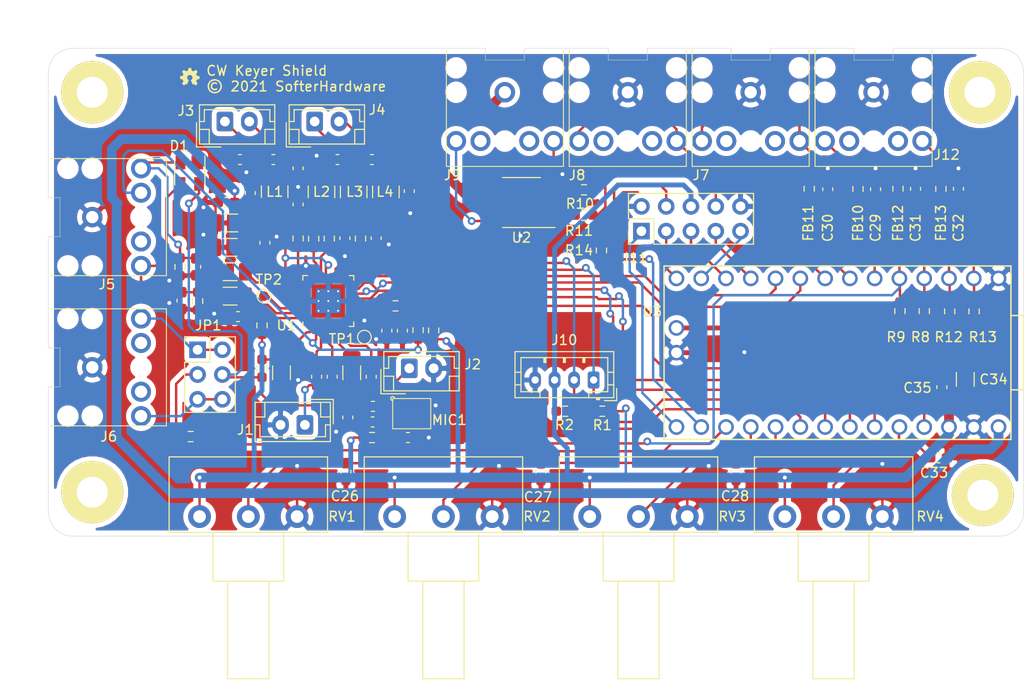
<source format=kicad_pcb>
(kicad_pcb (version 20171130) (host pcbnew 5.1.11-e4df9d881f~92~ubuntu20.04.1)
  (title_block (title "Teensy CW Keyer Shield") (date 2021-10-25) (company Softerhardware) (comment 1 "KF7O Steve Haynal"))
  (layers (0 F.Cu signal) (31 B.Cu signal) (34 B.Paste user) (35 F.Paste user) (36 B.SilkS user) (37 F.SilkS user) (38 B.Mask user) (39 F.Mask user) (44 Edge.Cuts user))
  (net 0 "")
  (net 1 +5V)
  (net 2 GND)
  (net 3 "Net-(C2-Pad1)")
  (net 4 "Net-(C4-Pad1)")
  (net 5 "Net-(C6-Pad2)")
  (net 6 "Net-(C7-Pad2)")
  (net 7 "Net-(C13-Pad1)")
  (net 8 "Net-(C14-Pad1)")
  (net 9 "Net-(C8-Pad2)")
  (net 10 "Net-(C9-Pad1)")
  (net 11 "Net-(C9-Pad2)")
  (net 12 "Net-(C10-Pad1)")
  (net 13 "Net-(C11-Pad2)")
  (net 14 "Net-(C11-Pad1)")
  (net 15 "Net-(C15-Pad1)")
  (net 16 "Net-(C15-Pad2)")
  (net 17 "Net-(C16-Pad1)")
  (net 18 "Net-(C16-Pad2)")
  (net 19 "Net-(C17-Pad1)")
  (net 20 "Net-(C17-Pad2)")
  (net 21 "Net-(C22-Pad1)")
  (net 22 MEMSMIC)
  (net 23 "Net-(C24-Pad1)")
  (net 24 "Net-(C25-Pad1)")
  (net 25 "Net-(C26-Pad1)")
  (net 26 "Net-(C27-Pad1)")
  (net 27 "Net-(C28-Pad1)")
  (net 28 "Net-(C29-Pad1)")
  (net 29 MICPTT)
  (net 30 "Net-(C31-Pad1)")
  (net 31 "Net-(C32-Pad1)")
  (net 32 "Net-(C33-Pad1)")
  (net 33 +3V3)
  (net 34 "Net-(C36-Pad2)")
  (net 35 "Net-(C37-Pad2)")
  (net 36 "Net-(C38-Pad2)")
  (net 37 "Net-(C39-Pad2)")
  (net 38 "Net-(FB3-Pad2)")
  (net 39 "Net-(FB4-Pad2)")
  (net 40 "Net-(FB5-Pad2)")
  (net 41 "Net-(FB6-Pad2)")
  (net 42 "Net-(FB7-Pad1)")
  (net 43 "Net-(FB10-Pad2)")
  (net 44 "Net-(FB11-Pad2)")
  (net 45 "Net-(FB12-Pad2)")
  (net 46 "Net-(FB13-Pad2)")
  (net 47 "Net-(J5-PadTN)")
  (net 48 JACKDET)
  (net 49 "Net-(J6-PadRN)")
  (net 50 "Net-(J6-PadR)")
  (net 51 "Net-(J6-PadTN)")
  (net 52 "Net-(J6-PadT)")
  (net 53 "Net-(J7-PadTN)")
  (net 54 "Net-(J7-PadRN)")
  (net 55 "Net-(J8-PadRN)")
  (net 56 "Net-(J8-PadTN)")
  (net 57 "Net-(J9-PadS)")
  (net 58 "Net-(J9-PadT)")
  (net 59 "Net-(J9-PadTN)")
  (net 60 "Net-(J9-PadR)")
  (net 61 "Net-(J9-PadRN)")
  (net 62 SDIN)
  (net 63 SCLK)
  (net 64 "Net-(J11-Pad1)")
  (net 65 "Net-(J11-Pad3)")
  (net 66 "Net-(J11-Pad4)")
  (net 67 "Net-(J11-Pad5)")
  (net 68 "Net-(J12-PadRN)")
  (net 69 "Net-(J12-PadTN)")
  (net 70 MCLK)
  (net 71 "Net-(R4-Pad1)")
  (net 72 "Net-(R10-Pad2)")
  (net 73 "Net-(R10-Pad1)")
  (net 74 "Net-(R11-Pad1)")
  (net 75 "Net-(R11-Pad2)")
  (net 76 "Net-(TP1-Pad1)")
  (net 77 "Net-(TP2-Pad1)")
  (net 78 BCLK)
  (net 79 LRCLK)
  (net 80 DACDAT)
  (net 81 ADCDAT)
  (net 82 "Net-(J11-Pad7)")
  (net 83 "Net-(J11-Pad8)")
  (net 84 "Net-(J11-Pad9)")
  (net 85 "Net-(R14-Pad1)")
  (module TeensyKeyerShield:OSHW-logo_silkscreen-front_2mm (layer F.Cu) (at 94.5 72.9)
    (fp_text reference G*** hide)
    (fp_text value OSHW-logo_silkscreen-front_2mm hide)
  )
  (module TeensyKeyerShield:Teensy40 (layer F.Cu) (at 160.9 101.2 180)
    (fp_text reference U3 (at 19 4.2 180) (layer F.SilkS))
    (fp_text value Teensy4.0)
    (pad 17 thru_hole circle (at 16.51 0 180) (size 1.6 1.6) (drill 1.1) (layers *.Cu *.Mask) (net 2 GND))
    (pad 20 thru_hole circle (at 16.51 -7.62 180) (size 1.6 1.6) (drill 1.1) (layers *.Cu *.Mask) (net 64 "Net-(J11-Pad1)"))
    (pad 16 thru_hole circle (at 16.51 2.54 180) (size 1.6 1.6) (drill 1.1) (layers *.Cu *.Mask) (net 33 +3V3))
    (pad 14 thru_hole circle (at 16.51 7.62 180) (size 1.6 1.6) (drill 1.1) (layers *.Cu *.Mask) (net 65 "Net-(J11-Pad3)"))
    (pad 21 thru_hole circle (at 13.97 -7.62 180) (size 1.6 1.6) (drill 1.1) (layers *.Cu *.Mask) (net 85 "Net-(R14-Pad1)"))
    (pad 22 thru_hole circle (at 11.43 -7.62 180) (size 1.6 1.6) (drill 1.1) (layers *.Cu *.Mask) (net 25 "Net-(C26-Pad1)"))
    (pad 23 thru_hole circle (at 8.89 -7.62 180) (size 1.6 1.6) (drill 1.1) (layers *.Cu *.Mask) (net 26 "Net-(C27-Pad1)"))
    (pad 24 thru_hole circle (at 6.35 -7.62 180) (size 1.6 1.6) (drill 1.1) (layers *.Cu *.Mask) (net 27 "Net-(C28-Pad1)"))
    (pad 25 thru_hole circle (at 3.81 -7.62 180) (size 1.6 1.6) (drill 1.1) (layers *.Cu *.Mask) (net 62 SDIN))
    (pad 26 thru_hole circle (at 1.27 -7.62 180) (size 1.6 1.6) (drill 1.1) (layers *.Cu *.Mask) (net 63 SCLK))
    (pad 27 thru_hole circle (at -1.27 -7.62 180) (size 1.6 1.6) (drill 1.1) (layers *.Cu *.Mask) (net 79 LRCLK))
    (pad 28 thru_hole circle (at -3.81 -7.62 180) (size 1.6 1.6) (drill 1.1) (layers *.Cu *.Mask) (net 78 BCLK))
    (pad 29 thru_hole circle (at -6.35 -7.62 180) (size 1.6 1.6) (drill 1.1) (layers *.Cu *.Mask) (net 32 "Net-(C33-Pad1)"))
    (pad 30 thru_hole circle (at -8.89 -7.62 180) (size 1.6 1.6) (drill 1.1) (layers *.Cu *.Mask) (net 70 MCLK))
    (pad 31 thru_hole circle (at -11.43 -7.62 180) (size 1.6 1.6) (drill 1.1) (layers *.Cu *.Mask) (net 33 +3V3))
    (pad 32 thru_hole circle (at -13.97 -7.62 180) (size 1.6 1.6) (drill 1.1) (layers *.Cu *.Mask) (net 2 GND))
    (pad 33 thru_hole circle (at -16.51 -7.62 180) (size 1.6 1.6) (drill 1.1) (layers *.Cu *.Mask) (net 1 +5V))
    (pad 13 thru_hole circle (at 13.97 7.62 180) (size 1.6 1.6) (drill 1.1) (layers *.Cu *.Mask) (net 84 "Net-(J11-Pad9)"))
    (pad 12 thru_hole circle (at 11.43 7.62 180) (size 1.6 1.6) (drill 1.1) (layers *.Cu *.Mask) (net 67 "Net-(J11-Pad5)"))
    (pad 11 thru_hole circle (at 8.89 7.62 180) (size 1.6 1.6) (drill 1.1) (layers *.Cu *.Mask) (net 82 "Net-(J11-Pad7)"))
    (pad 10 thru_hole circle (at 6.35 7.62 180) (size 1.6 1.6) (drill 1.1) (layers *.Cu *.Mask) (net 81 ADCDAT))
    (pad 9 thru_hole circle (at 3.81 7.62 180) (size 1.6 1.6) (drill 1.1) (layers *.Cu *.Mask) (net 80 DACDAT))
    (pad 8 thru_hole circle (at 1.27 7.62 180) (size 1.6 1.6) (drill 1.1) (layers *.Cu *.Mask) (net 83 "Net-(J11-Pad8)"))
    (pad 7 thru_hole circle (at -1.27 7.62 180) (size 1.6 1.6) (drill 1.1) (layers *.Cu *.Mask) (net 74 "Net-(R11-Pad1)"))
    (pad 6 thru_hole circle (at -3.81 7.62 180) (size 1.6 1.6) (drill 1.1) (layers *.Cu *.Mask) (net 73 "Net-(R10-Pad1)"))
    (pad 5 thru_hole circle (at -6.35 7.62 180) (size 1.6 1.6) (drill 1.1) (layers *.Cu *.Mask) (net 29 MICPTT))
    (pad 4 thru_hole circle (at -8.89 7.62 180) (size 1.6 1.6) (drill 1.1) (layers *.Cu *.Mask) (net 28 "Net-(C29-Pad1)"))
    (pad 3 thru_hole circle (at -11.43 7.62 180) (size 1.6 1.6) (drill 1.1) (layers *.Cu *.Mask) (net 30 "Net-(C31-Pad1)"))
    (pad 2 thru_hole circle (at -13.97 7.62 180) (size 1.6 1.6) (drill 1.1) (layers *.Cu *.Mask) (net 31 "Net-(C32-Pad1)"))
    (pad 1 thru_hole circle (at -16.51 7.62 180) (size 1.6 1.6) (drill 1.1) (layers *.Cu *.Mask) (net 2 GND))
  )
  (module Capacitor_SMD:C_0603_1608Metric_Pad1.08x0.95mm_HandSolder (layer F.Cu) (at 113.1625 81.4)
    (fp_text reference C17 hide)
    (fp_text value 470nF)
    (pad 1 smd roundrect (at -0.8625 0) (size 1.075 0.95) (layers F.Cu F.Paste F.Mask) (net 19 "Net-(C17-Pad1)"))
    (pad 2 smd roundrect (at 0.8625 0) (size 1.075 0.95) (layers F.Cu F.Paste F.Mask) (net 20 "Net-(C17-Pad2)"))
  )
  (module Capacitor_SMD:C_1206_3216Metric_Pad1.33x1.80mm_HandSolder (layer F.Cu) (at 98.7 87.9 180)
    (fp_text reference C1 hide)
    (fp_text value 47uF)
    (pad 1 smd roundrect (at -1.5625 0 180) (size 1.325 1.8) (layers F.Cu F.Paste F.Mask) (roundrect_rratio 0.188679) (net 1 +5V))
    (pad 2 smd roundrect (at 1.5625 0 180) (size 1.325 1.8) (layers F.Cu F.Paste F.Mask) (roundrect_rratio 0.188679) (net 2 GND))
  )
  (module Capacitor_SMD:C_0603_1608Metric_Pad1.08x0.95mm_HandSolder (layer F.Cu) (at 116.3 98.9375 270)
    (fp_text reference C2 hide)
    (fp_text value 0.1uF)
    (pad 2 smd roundrect (at 0.8625 0 270) (size 1.075 0.95) (layers F.Cu F.Paste F.Mask) (net 2 GND))
    (pad 1 smd roundrect (at -0.8625 0 270) (size 1.075 0.95) (layers F.Cu F.Paste F.Mask) (net 3 "Net-(C2-Pad1)"))
  )
  (module Capacitor_SMD:C_0603_1608Metric_Pad1.08x0.95mm_HandSolder (layer F.Cu) (at 114.7 98.9375 90)
    (fp_text reference C3 hide)
    (fp_text value 0.1uF)
    (pad 1 smd roundrect (at -0.8625 0 90) (size 1.075 0.95) (layers F.Cu F.Paste F.Mask) (net 2 GND))
    (pad 2 smd roundrect (at 0.8625 0 90) (size 1.075 0.95) (layers F.Cu F.Paste F.Mask) (net 3 "Net-(C2-Pad1)"))
  )
  (module Capacitor_SMD:C_0603_1608Metric_Pad1.08x0.95mm_HandSolder (layer F.Cu) (at 99.4375 97.5 180)
    (fp_text reference C4 hide)
    (fp_text value 0.1uF)
    (pad 1 smd roundrect (at -0.8625 0 180) (size 1.075 0.95) (layers F.Cu F.Paste F.Mask) (net 4 "Net-(C4-Pad1)"))
    (pad 2 smd roundrect (at 0.8625 0 180) (size 1.075 0.95) (layers F.Cu F.Paste F.Mask) (net 2 GND))
  )
  (module Capacitor_SMD:C_0603_1608Metric_Pad1.08x0.95mm_HandSolder (layer F.Cu) (at 98.2375 85.8 180)
    (fp_text reference C5 hide)
    (fp_text value 0.1uF)
    (pad 2 smd roundrect (at 0.8625 0 180) (size 1.075 0.95) (layers F.Cu F.Paste F.Mask) (net 2 GND))
    (pad 1 smd roundrect (at -0.8625 0 180) (size 1.075 0.95) (layers F.Cu F.Paste F.Mask) (net 1 +5V))
  )
  (module Capacitor_SMD:C_1206_3216Metric_Pad1.33x1.80mm_HandSolder (layer F.Cu) (at 103.9 103.2625 90)
    (fp_text reference C6 hide)
    (fp_text value 47uF)
    (pad 1 smd roundrect (at -1.5625 0 90) (size 1.325 1.8) (layers F.Cu F.Paste F.Mask) (roundrect_rratio 0.188679) (net 2 GND))
    (pad 2 smd roundrect (at 1.5625 0 90) (size 1.325 1.8) (layers F.Cu F.Paste F.Mask) (roundrect_rratio 0.188679) (net 5 "Net-(C6-Pad2)"))
  )
  (module Capacitor_SMD:C_1206_3216Metric_Pad1.33x1.80mm_HandSolder (layer F.Cu) (at 98.6375 92.9)
    (fp_text reference C7 hide)
    (fp_text value 47uF)
    (pad 2 smd roundrect (at 1.5625 0) (size 1.325 1.8) (layers F.Cu F.Paste F.Mask) (roundrect_rratio 0.188679) (net 6 "Net-(C7-Pad2)"))
    (pad 1 smd roundrect (at -1.5625 0) (size 1.325 1.8) (layers F.Cu F.Paste F.Mask) (roundrect_rratio 0.188679) (net 7 "Net-(C13-Pad1)"))
  )
  (module Capacitor_SMD:C_1206_3216Metric_Pad1.33x1.80mm_HandSolder (layer F.Cu) (at 98.6375 95.4)
    (fp_text reference C8 hide)
    (fp_text value 47uF)
    (pad 1 smd roundrect (at -1.5625 0) (size 1.325 1.8) (layers F.Cu F.Paste F.Mask) (roundrect_rratio 0.188679) (net 8 "Net-(C14-Pad1)"))
    (pad 2 smd roundrect (at 1.5625 0) (size 1.325 1.8) (layers F.Cu F.Paste F.Mask) (roundrect_rratio 0.188679) (net 9 "Net-(C8-Pad2)"))
  )
  (module Capacitor_SMD:C_0603_1608Metric_Pad1.08x0.95mm_HandSolder (layer F.Cu) (at 107.5 103.6625 270)
    (fp_text reference C9 hide)
    (fp_text value 1uF)
    (pad 1 smd roundrect (at -0.8625 0 270) (size 1.075 0.95) (layers F.Cu F.Paste F.Mask) (net 10 "Net-(C9-Pad1)"))
    (pad 2 smd roundrect (at 0.8625 0 270) (size 1.075 0.95) (layers F.Cu F.Paste F.Mask) (net 11 "Net-(C9-Pad2)"))
  )
  (module Capacitor_SMD:C_0603_1608Metric_Pad1.08x0.95mm_HandSolder (layer F.Cu) (at 102.2 89.9375 90)
    (fp_text reference C10 hide)
    (fp_text value 0.1uF)
    (pad 2 smd roundrect (at 0.8625 0 90) (size 1.075 0.95) (layers F.Cu F.Paste F.Mask) (net 2 GND))
    (pad 1 smd roundrect (at -0.8625 0 90) (size 1.075 0.95) (layers F.Cu F.Paste F.Mask) (net 12 "Net-(C10-Pad1)"))
  )
  (module Capacitor_SMD:C_0603_1608Metric_Pad1.08x0.95mm_HandSolder (layer F.Cu) (at 113.1 103.6625 270)
    (fp_text reference C11 hide)
    (fp_text value 1uF)
    (pad 2 smd roundrect (at 0.8625 0 270) (size 1.075 0.95) (layers F.Cu F.Paste F.Mask) (net 13 "Net-(C11-Pad2)"))
    (pad 1 smd roundrect (at -0.8625 0 270) (size 1.075 0.95) (layers F.Cu F.Paste F.Mask) (net 14 "Net-(C11-Pad1)"))
  )
  (module Capacitor_SMD:C_1206_3216Metric_Pad1.33x1.80mm_HandSolder (layer F.Cu) (at 98.6375 90.4 180)
    (fp_text reference C12 hide)
    (fp_text value 47uF)
    (pad 2 smd roundrect (at 1.5625 0 180) (size 1.325 1.8) (layers F.Cu F.Paste F.Mask) (roundrect_rratio 0.188679) (net 2 GND))
    (pad 1 smd roundrect (at -1.5625 0 180) (size 1.325 1.8) (layers F.Cu F.Paste F.Mask) (roundrect_rratio 0.188679) (net 12 "Net-(C10-Pad1)"))
  )
  (module Capacitor_SMD:C_0603_1608Metric_Pad1.08x0.95mm_HandSolder (layer F.Cu) (at 95.1 92.4 270)
    (fp_text reference C13 hide)
    (fp_text value 33pF)
    (pad 2 smd roundrect (at 0.8625 0 270) (size 1.075 0.95) (layers F.Cu F.Paste F.Mask) (net 2 GND))
    (pad 1 smd roundrect (at -0.8625 0 270) (size 1.075 0.95) (layers F.Cu F.Paste F.Mask) (net 7 "Net-(C13-Pad1)"))
  )
  (module Capacitor_SMD:C_0603_1608Metric_Pad1.08x0.95mm_HandSolder (layer F.Cu) (at 93.7 95.8625 270)
    (fp_text reference C14 hide)
    (fp_text value 33pF)
    (pad 1 smd roundrect (at -0.8625 0 270) (size 1.075 0.95) (layers F.Cu F.Paste F.Mask) (net 8 "Net-(C14-Pad1)"))
    (pad 2 smd roundrect (at 0.8625 0 270) (size 1.075 0.95) (layers F.Cu F.Paste F.Mask) (net 2 GND))
  )
  (module Capacitor_SMD:C_0603_1608Metric_Pad1.08x0.95mm_HandSolder (layer F.Cu) (at 109.1 103.6625 90)
    (fp_text reference C15 hide)
    (fp_text value 1uF)
    (pad 1 smd roundrect (at -0.8625 0 90) (size 1.075 0.95) (layers F.Cu F.Paste F.Mask) (net 15 "Net-(C15-Pad1)"))
    (pad 2 smd roundrect (at 0.8625 0 90) (size 1.075 0.95) (layers F.Cu F.Paste F.Mask) (net 16 "Net-(C15-Pad2)"))
  )
  (module Capacitor_SMD:C_0603_1608Metric_Pad1.08x0.95mm_HandSolder (layer F.Cu) (at 103.0625 81.4)
    (fp_text reference C16 hide)
    (fp_text value 470nF)
    (pad 1 smd roundrect (at -0.8625 0) (size 1.075 0.95) (layers F.Cu F.Paste F.Mask) (net 17 "Net-(C16-Pad1)"))
    (pad 2 smd roundrect (at 0.8625 0) (size 1.075 0.95) (layers F.Cu F.Paste F.Mask) (net 18 "Net-(C16-Pad2)"))
  )
  (module Capacitor_SMD:C_0603_1608Metric_Pad1.08x0.95mm_HandSolder (layer F.Cu) (at 99.6375 81.4)
    (fp_text reference C18 hide)
    (fp_text value 33pF)
    (pad 2 smd roundrect (at 0.8625 0) (size 1.075 0.95) (layers F.Cu F.Paste F.Mask) (net 17 "Net-(C16-Pad1)"))
    (pad 1 smd roundrect (at -0.8625 0) (size 1.075 0.95) (layers F.Cu F.Paste F.Mask) (net 2 GND))
  )
  (module Capacitor_SMD:C_0603_1608Metric_Pad1.08x0.95mm_HandSolder (layer F.Cu) (at 105.6 82.3 90)
    (fp_text reference C19 hide)
    (fp_text value 33pF)
    (pad 2 smd roundrect (at 0.8625 0 90) (size 1.075 0.95) (layers F.Cu F.Paste F.Mask) (net 18 "Net-(C16-Pad2)"))
    (pad 1 smd roundrect (at -0.8625 0 90) (size 1.075 0.95) (layers F.Cu F.Paste F.Mask) (net 2 GND))
  )
  (module Capacitor_SMD:C_0603_1608Metric_Pad1.08x0.95mm_HandSolder (layer F.Cu) (at 109.6375 81.4)
    (fp_text reference C20 hide)
    (fp_text value 33pF)
    (pad 1 smd roundrect (at -0.8625 0) (size 1.075 0.95) (layers F.Cu F.Paste F.Mask) (net 2 GND))
    (pad 2 smd roundrect (at 0.8625 0) (size 1.075 0.95) (layers F.Cu F.Paste F.Mask) (net 19 "Net-(C17-Pad1)"))
  )
  (module Capacitor_SMD:C_0603_1608Metric_Pad1.08x0.95mm_HandSolder (layer F.Cu) (at 117 84.6375 90)
    (fp_text reference C21 hide)
    (fp_text value 33pF)
    (pad 1 smd roundrect (at -0.8625 0 90) (size 1.075 0.95) (layers F.Cu F.Paste F.Mask) (net 2 GND))
    (pad 2 smd roundrect (at 0.8625 0 90) (size 1.075 0.95) (layers F.Cu F.Paste F.Mask) (net 20 "Net-(C17-Pad2)"))
  )
  (module Capacitor_SMD:C_1206_3216Metric_Pad1.33x1.80mm_HandSolder (layer F.Cu) (at 111.1 103.2625 90)
    (fp_text reference C22 hide)
    (fp_text value 47uF)
    (pad 1 smd roundrect (at -1.5625 0 90) (size 1.325 1.8) (layers F.Cu F.Paste F.Mask) (roundrect_rratio 0.188679) (net 21 "Net-(C22-Pad1)"))
    (pad 2 smd roundrect (at 1.5625 0 90) (size 1.325 1.8) (layers F.Cu F.Paste F.Mask) (roundrect_rratio 0.188679) (net 22 MEMSMIC))
  )
  (module Capacitor_SMD:C_0603_1608Metric_Pad1.08x0.95mm_HandSolder (layer F.Cu) (at 110.7 107.8375 270)
    (fp_text reference C23 hide)
    (fp_text value 33pF)
    (pad 2 smd roundrect (at 0.8625 0 270) (size 1.075 0.95) (layers F.Cu F.Paste F.Mask) (net 2 GND))
    (pad 1 smd roundrect (at -0.8625 0 270) (size 1.075 0.95) (layers F.Cu F.Paste F.Mask) (net 21 "Net-(C22-Pad1)"))
  )
  (module Capacitor_SMD:C_0603_1608Metric_Pad1.08x0.95mm_HandSolder (layer F.Cu) (at 113.2375 108.3 180)
    (fp_text reference C24 hide)
    (fp_text value 33pF)
    (pad 2 smd roundrect (at 0.8625 0 180) (size 1.075 0.95) (layers F.Cu F.Paste F.Mask) (net 2 GND))
    (pad 1 smd roundrect (at -0.8625 0 180) (size 1.075 0.95) (layers F.Cu F.Paste F.Mask) (net 23 "Net-(C24-Pad1)"))
  )
  (module Capacitor_SMD:C_0603_1608Metric_Pad1.08x0.95mm_HandSolder (layer F.Cu) (at 116.8625 109.9)
    (fp_text reference C25 hide)
    (fp_text value 0.1uF)
    (pad 1 smd roundrect (at -0.8625 0) (size 1.075 0.95) (layers F.Cu F.Paste F.Mask) (net 24 "Net-(C25-Pad1)"))
    (pad 2 smd roundrect (at 0.8625 0) (size 1.075 0.95) (layers F.Cu F.Paste F.Mask) (net 2 GND))
  )
  (module Capacitor_SMD:C_0603_1608Metric_Pad1.08x0.95mm_HandSolder (layer F.Cu) (at 110.5 113.3875 270)
    (fp_text reference C26 (at 2.5125 0.1 180) (layer F.SilkS))
    (fp_text value 0.1uF)
    (pad 2 smd roundrect (at 0.8625 0 270) (size 1.075 0.95) (layers F.Cu F.Paste F.Mask) (net 2 GND))
    (pad 1 smd roundrect (at -0.8625 0 270) (size 1.075 0.95) (layers F.Cu F.Paste F.Mask) (net 25 "Net-(C26-Pad1)"))
  )
  (module Capacitor_SMD:C_0603_1608Metric_Pad1.08x0.95mm_HandSolder (layer F.Cu) (at 130.5 113.4125 270)
    (fp_text reference C27 (at 2.5875 0.3 180) (layer F.SilkS))
    (fp_text value 0.1uF)
    (pad 2 smd roundrect (at 0.8625 0 270) (size 1.075 0.95) (layers F.Cu F.Paste F.Mask) (net 2 GND))
    (pad 1 smd roundrect (at -0.8625 0 270) (size 1.075 0.95) (layers F.Cu F.Paste F.Mask) (net 26 "Net-(C27-Pad1)"))
  )
  (module Capacitor_SMD:C_0603_1608Metric_Pad1.08x0.95mm_HandSolder (layer F.Cu) (at 150.5 113.4 270)
    (fp_text reference C28 (at 2.5 0.1 180) (layer F.SilkS))
    (fp_text value 0.1uF)
    (pad 1 smd roundrect (at -0.8625 0 270) (size 1.075 0.95) (layers F.Cu F.Paste F.Mask) (net 27 "Net-(C28-Pad1)"))
    (pad 2 smd roundrect (at 0.8625 0 270) (size 1.075 0.95) (layers F.Cu F.Paste F.Mask) (net 2 GND))
  )
  (module Capacitor_SMD:C_0603_1608Metric_Pad1.08x0.95mm_HandSolder (layer F.Cu) (at 164.8 84.4375 90)
    (fp_text reference C29 (at -3.9625 0 90) (layer F.SilkS))
    (fp_text value 10nF)
    (pad 1 smd roundrect (at -0.8625 0 90) (size 1.075 0.95) (layers F.Cu F.Paste F.Mask) (net 28 "Net-(C29-Pad1)"))
    (pad 2 smd roundrect (at 0.8625 0 90) (size 1.075 0.95) (layers F.Cu F.Paste F.Mask) (net 2 GND))
  )
  (module Capacitor_SMD:C_0603_1608Metric_Pad1.08x0.95mm_HandSolder (layer F.Cu) (at 159.9 84.4375 90)
    (fp_text reference C30 (at -3.9625 0 90) (layer F.SilkS))
    (fp_text value 10nF)
    (pad 2 smd roundrect (at 0.8625 0 90) (size 1.075 0.95) (layers F.Cu F.Paste F.Mask) (net 2 GND))
    (pad 1 smd roundrect (at -0.8625 0 90) (size 1.075 0.95) (layers F.Cu F.Paste F.Mask) (net 29 MICPTT))
  )
  (module Capacitor_SMD:C_0603_1608Metric_Pad1.08x0.95mm_HandSolder (layer F.Cu) (at 168.9 84.4 90)
    (fp_text reference C31 (at -4 0 90) (layer F.SilkS))
    (fp_text value 10nF)
    (pad 1 smd roundrect (at -0.8625 0 90) (size 1.075 0.95) (layers F.Cu F.Paste F.Mask) (net 30 "Net-(C31-Pad1)"))
    (pad 2 smd roundrect (at 0.8625 0 90) (size 1.075 0.95) (layers F.Cu F.Paste F.Mask) (net 2 GND))
  )
  (module Capacitor_SMD:C_0603_1608Metric_Pad1.08x0.95mm_HandSolder (layer F.Cu) (at 173.3 84.4 90)
    (fp_text reference C32 (at -4 0 90) (layer F.SilkS))
    (fp_text value 10nF)
    (pad 2 smd roundrect (at 0.8625 0 90) (size 1.075 0.95) (layers F.Cu F.Paste F.Mask) (net 2 GND))
    (pad 1 smd roundrect (at -0.8625 0 90) (size 1.075 0.95) (layers F.Cu F.Paste F.Mask) (net 31 "Net-(C32-Pad1)"))
  )
  (module Capacitor_SMD:C_0603_1608Metric_Pad1.08x0.95mm_HandSolder (layer F.Cu) (at 171.2625 111.975)
    (fp_text reference C33 (at -0.4625 1.525) (layer F.SilkS))
    (fp_text value 0.1uF)
    (pad 1 smd roundrect (at -0.8625 0) (size 1.075 0.95) (layers F.Cu F.Paste F.Mask) (net 32 "Net-(C33-Pad1)"))
    (pad 2 smd roundrect (at 0.8625 0) (size 1.075 0.95) (layers F.Cu F.Paste F.Mask) (net 2 GND))
  )
  (module Capacitor_SMD:C_1206_3216Metric_Pad1.33x1.80mm_HandSolder (layer F.Cu) (at 174 103.9375 90)
    (fp_text reference C34 (at 0 2.9 180) (layer F.SilkS))
    (fp_text value 47uF)
    (pad 2 smd roundrect (at 1.5625 0 90) (size 1.325 1.8) (layers F.Cu F.Paste F.Mask) (roundrect_rratio 0.188679) (net 2 GND))
    (pad 1 smd roundrect (at -1.5625 0 90) (size 1.325 1.8) (layers F.Cu F.Paste F.Mask) (roundrect_rratio 0.188679) (net 33 +3V3))
  )
  (module Capacitor_SMD:C_0603_1608Metric_Pad1.08x0.95mm_HandSolder (layer F.Cu) (at 171.6 104.7375 90)
    (fp_text reference C35 (at -0.0625 -2.5 180) (layer F.SilkS))
    (fp_text value 0.1uF)
    (pad 2 smd roundrect (at 0.8625 0 90) (size 1.075 0.95) (layers F.Cu F.Paste F.Mask) (net 2 GND))
    (pad 1 smd roundrect (at -0.8625 0 90) (size 1.075 0.95) (layers F.Cu F.Paste F.Mask) (net 33 +3V3))
  )
  (module Capacitor_SMD:C_0603_1608Metric_Pad1.08x0.95mm_HandSolder (layer F.Cu) (at 100.7 84.8375 270)
    (fp_text reference C36 hide)
    (fp_text value 33pF)
    (pad 2 smd roundrect (at 0.8625 0 270) (size 1.075 0.95) (layers F.Cu F.Paste F.Mask) (net 34 "Net-(C36-Pad2)"))
    (pad 1 smd roundrect (at -0.8625 0 270) (size 1.075 0.95) (layers F.Cu F.Paste F.Mask) (net 2 GND))
  )
  (module Capacitor_SMD:C_0603_1608Metric_Pad1.08x0.95mm_HandSolder (layer F.Cu) (at 105.6 86 270)
    (fp_text reference C37 hide)
    (fp_text value 33pF)
    (pad 1 smd roundrect (at -0.8625 0 270) (size 1.075 0.95) (layers F.Cu F.Paste F.Mask) (net 2 GND))
    (pad 2 smd roundrect (at 0.8625 0 270) (size 1.075 0.95) (layers F.Cu F.Paste F.Mask) (net 35 "Net-(C37-Pad2)"))
  )
  (module Capacitor_SMD:C_0603_1608Metric_Pad1.08x0.95mm_HandSolder (layer F.Cu) (at 110.4 89.4625 90)
    (fp_text reference C38 hide)
    (fp_text value 33pF)
    (pad 2 smd roundrect (at 0.8625 0 90) (size 1.075 0.95) (layers F.Cu F.Paste F.Mask) (net 36 "Net-(C38-Pad2)"))
    (pad 1 smd roundrect (at -0.8625 0 90) (size 1.075 0.95) (layers F.Cu F.Paste F.Mask) (net 2 GND))
  )
  (module Capacitor_SMD:C_0603_1608Metric_Pad1.08x0.95mm_HandSolder (layer F.Cu) (at 113.6 89.4625 90)
    (fp_text reference C39 hide)
    (fp_text value 33pF)
    (pad 1 smd roundrect (at -0.8625 0 90) (size 1.075 0.95) (layers F.Cu F.Paste F.Mask) (net 2 GND))
    (pad 2 smd roundrect (at 0.8625 0 90) (size 1.075 0.95) (layers F.Cu F.Paste F.Mask) (net 37 "Net-(C39-Pad2)"))
  )
  (module Package_TO_SOT_SMD:SOT-143 (layer F.Cu) (at 94.5 82.8 270)
    (fp_text reference D1 (at -2.8 1.1 180) (layer F.SilkS))
    (fp_text value SP0503BAHTG)
    (pad 1 smd rect (at -1.1 -0.77 180) (size 1.2 1.4) (layers F.Cu F.Paste F.Mask) (net 2 GND))
    (pad 2 smd rect (at -1.1 0.95 180) (size 1 1.4) (layers F.Cu F.Paste F.Mask) (net 7 "Net-(C13-Pad1)"))
    (pad 3 smd rect (at 1.1 0.95 180) (size 1 1.4) (layers F.Cu F.Paste F.Mask) (net 8 "Net-(C14-Pad1)"))
    (pad 4 smd rect (at 1.1 -0.95 180) (size 1 1.4) (layers F.Cu F.Paste F.Mask) (net 15 "Net-(C15-Pad1)"))
  )
  (module Resistor_SMD:R_0603_1608Metric_Pad0.98x0.95mm_HandSolder (layer F.Cu) (at 119.5 98.9125 270)
    (fp_text reference FB1 hide)
    (fp_text value Ferrite_Bead_Small)
    (pad 2 smd roundrect (at 0.9125 0 270) (size 0.975 0.95) (layers F.Cu F.Paste F.Mask) (net 33 +3V3))
    (pad 1 smd roundrect (at -0.9125 0 270) (size 0.975 0.95) (layers F.Cu F.Paste F.Mask) (net 3 "Net-(C2-Pad1)"))
  )
  (module Resistor_SMD:R_0603_1608Metric_Pad0.98x0.95mm_HandSolder (layer F.Cu) (at 101.9 98.4 270)
    (fp_text reference FB2 hide)
    (fp_text value Ferrite_Bead_Small)
    (pad 1 smd roundrect (at -0.9125 0 270) (size 0.975 0.95) (layers F.Cu F.Paste F.Mask) (net 4 "Net-(C4-Pad1)"))
    (pad 2 smd roundrect (at 0.9125 0 270) (size 0.975 0.95) (layers F.Cu F.Paste F.Mask) (net 33 +3V3))
  )
  (module Resistor_SMD:R_0603_1608Metric_Pad0.98x0.95mm_HandSolder (layer F.Cu) (at 105.6 89.4875 270)
    (fp_text reference FB3 hide)
    (fp_text value Ferrite_Bead_Small)
    (pad 1 smd roundrect (at -0.9125 0 270) (size 0.975 0.95) (layers F.Cu F.Paste F.Mask) (net 34 "Net-(C36-Pad2)"))
    (pad 2 smd roundrect (at 0.9125 0 270) (size 0.975 0.95) (layers F.Cu F.Paste F.Mask) (net 38 "Net-(FB3-Pad2)"))
  )
  (module Resistor_SMD:R_0603_1608Metric_Pad0.98x0.95mm_HandSolder (layer F.Cu) (at 107.2 89.5125 270)
    (fp_text reference FB4 hide)
    (fp_text value Ferrite_Bead_Small)
    (pad 2 smd roundrect (at 0.9125 0 270) (size 0.975 0.95) (layers F.Cu F.Paste F.Mask) (net 39 "Net-(FB4-Pad2)"))
    (pad 1 smd roundrect (at -0.9125 0 270) (size 0.975 0.95) (layers F.Cu F.Paste F.Mask) (net 35 "Net-(C37-Pad2)"))
  )
  (module Resistor_SMD:R_0603_1608Metric_Pad0.98x0.95mm_HandSolder (layer F.Cu) (at 108.8 89.5 270)
    (fp_text reference FB5 hide)
    (fp_text value Ferrite_Bead_Small hide)
    (pad 2 smd roundrect (at 0.9125 0 270) (size 0.975 0.95) (layers F.Cu F.Paste F.Mask) (net 40 "Net-(FB5-Pad2)"))
    (pad 1 smd roundrect (at -0.9125 0 270) (size 0.975 0.95) (layers F.Cu F.Paste F.Mask) (net 36 "Net-(C38-Pad2)"))
  )
  (module Resistor_SMD:R_0603_1608Metric_Pad0.98x0.95mm_HandSolder (layer F.Cu) (at 112 89.5 270)
    (fp_text reference FB6 hide)
    (fp_text value Ferrite_Bead_Small hide)
    (pad 1 smd roundrect (at -0.9125 0 270) (size 0.975 0.95) (layers F.Cu F.Paste F.Mask) (net 37 "Net-(C39-Pad2)"))
    (pad 2 smd roundrect (at 0.9125 0 270) (size 0.975 0.95) (layers F.Cu F.Paste F.Mask) (net 41 "Net-(FB6-Pad2)"))
  )
  (module Resistor_SMD:R_0603_1608Metric_Pad0.98x0.95mm_HandSolder (layer F.Cu) (at 94.5875 109.8)
    (fp_text reference FB7 hide)
    (fp_text value Ferrite_Bead_Small)
    (pad 1 smd roundrect (at -0.9125 0) (size 0.975 0.95) (layers F.Cu F.Paste F.Mask) (net 42 "Net-(FB7-Pad1)"))
    (pad 2 smd roundrect (at 0.9125 0) (size 0.975 0.95) (layers F.Cu F.Paste F.Mask) (net 29 MICPTT))
  )
  (module Resistor_SMD:R_0603_1608Metric_Pad0.98x0.95mm_HandSolder (layer F.Cu) (at 113.1875 109.9)
    (fp_text reference FB8 hide)
    (fp_text value Ferrite_Bead_Small)
    (pad 2 smd roundrect (at 0.9125 0) (size 0.975 0.95) (layers F.Cu F.Paste F.Mask) (net 24 "Net-(C25-Pad1)"))
    (pad 1 smd roundrect (at -0.9125 0) (size 0.975 0.95) (layers F.Cu F.Paste F.Mask) (net 33 +3V3))
  )
  (module Resistor_SMD:R_0603_1608Metric_Pad0.98x0.95mm_HandSolder (layer F.Cu) (at 163 84.4125 90)
    (fp_text reference FB10 (at -3.4875 0 90) (layer F.SilkS))
    (fp_text value Ferrite_Bead_Small)
    (pad 1 smd roundrect (at -0.9125 0 90) (size 0.975 0.95) (layers F.Cu F.Paste F.Mask) (net 28 "Net-(C29-Pad1)"))
    (pad 2 smd roundrect (at 0.9125 0 90) (size 0.975 0.95) (layers F.Cu F.Paste F.Mask) (net 43 "Net-(FB10-Pad2)"))
  )
  (module Resistor_SMD:R_0603_1608Metric_Pad0.98x0.95mm_HandSolder (layer F.Cu) (at 158 84.3875 90)
    (fp_text reference FB11 (at -3.5125 -0.1 90) (layer F.SilkS))
    (fp_text value Ferrite_Bead_Small)
    (pad 1 smd roundrect (at -0.9125 0 90) (size 0.975 0.95) (layers F.Cu F.Paste F.Mask) (net 29 MICPTT))
    (pad 2 smd roundrect (at 0.9125 0 90) (size 0.975 0.95) (layers F.Cu F.Paste F.Mask) (net 44 "Net-(FB11-Pad2)"))
  )
  (module Resistor_SMD:R_0603_1608Metric_Pad0.98x0.95mm_HandSolder (layer F.Cu) (at 167.1 84.3875 90)
    (fp_text reference FB12 (at -3.5125 0 90) (layer F.SilkS))
    (fp_text value Ferrite_Bead_Small)
    (pad 2 smd roundrect (at 0.9125 0 90) (size 0.975 0.95) (layers F.Cu F.Paste F.Mask) (net 45 "Net-(FB12-Pad2)"))
    (pad 1 smd roundrect (at -0.9125 0 90) (size 0.975 0.95) (layers F.Cu F.Paste F.Mask) (net 30 "Net-(C31-Pad1)"))
  )
  (module Resistor_SMD:R_0603_1608Metric_Pad0.98x0.95mm_HandSolder (layer F.Cu) (at 171.5 84.4 90)
    (fp_text reference FB13 (at -3.5 0 90) (layer F.SilkS))
    (fp_text value Ferrite_Bead_Small)
    (pad 1 smd roundrect (at -0.9125 0 90) (size 0.975 0.95) (layers F.Cu F.Paste F.Mask) (net 31 "Net-(C32-Pad1)"))
    (pad 2 smd roundrect (at 0.9125 0 90) (size 0.975 0.95) (layers F.Cu F.Paste F.Mask) (net 46 "Net-(FB13-Pad2)"))
  )
  (module Connector_JST:JST_EH_B2B-EH-A_1x02_P2.50mm_Vertical (layer F.Cu) (at 106.3 108.6 180)
    (fp_text reference J1 (at 6.1 -0.5) (layer F.SilkS))
    (fp_text value Conn_01x02)
    (pad 2 thru_hole oval (at 2.5 0 180) (size 1.7 2) (drill 1) (layers *.Cu *.Mask) (net 2 GND))
    (pad 1 thru_hole roundrect (at 0 0 180) (size 1.7 2) (drill 1) (layers *.Cu *.Mask) (roundrect_rratio 0.147059) (net 11 "Net-(C9-Pad2)"))
  )
  (module Connector_JST:JST_EH_B2B-EH-A_1x02_P2.50mm_Vertical (layer F.Cu) (at 117 102.8)
    (fp_text reference J2 (at 6.5 -0.4) (layer F.SilkS))
    (fp_text value Conn_01x02)
    (pad 2 thru_hole oval (at 2.5 0) (size 1.7 2) (drill 1) (layers *.Cu *.Mask) (net 2 GND))
    (pad 1 thru_hole roundrect (at 0 0) (size 1.7 2) (drill 1) (layers *.Cu *.Mask) (roundrect_rratio 0.147059) (net 13 "Net-(C11-Pad2)"))
  )
  (module Connector_JST:JST_EH_B2B-EH-A_1x02_P2.50mm_Vertical (layer F.Cu) (at 98.1 77.5)
    (fp_text reference J3 (at -4 -1.1) (layer F.SilkS))
    (fp_text value Conn_01x02)
    (pad 1 thru_hole roundrect (at 0 0) (size 1.7 2) (drill 1) (layers *.Cu *.Mask) (roundrect_rratio 0.147059) (net 17 "Net-(C16-Pad1)"))
    (pad 2 thru_hole oval (at 2.5 0) (size 1.7 2) (drill 1) (layers *.Cu *.Mask) (net 18 "Net-(C16-Pad2)"))
  )
  (module Connector_JST:JST_EH_B2B-EH-A_1x02_P2.50mm_Vertical (layer F.Cu) (at 107.3 77.5)
    (fp_text reference J4 (at 6.4 -1.2) (layer F.SilkS))
    (fp_text value Conn_01x02)
    (pad 1 thru_hole roundrect (at 0 0) (size 1.7 2) (drill 1) (layers *.Cu *.Mask) (roundrect_rratio 0.147059) (net 19 "Net-(C17-Pad1)"))
    (pad 2 thru_hole oval (at 2.5 0) (size 1.7 2) (drill 1) (layers *.Cu *.Mask) (net 20 "Net-(C17-Pad2)"))
  )
  (module TeensyKeyerShield:STEREO_TRS (layer F.Cu) (at 80 87.3)
    (fp_text reference J5 (at 6 6.9) (layer F.SilkS))
    (fp_text value AudioJack3_SwitchTR)
    (pad S thru_hole circle (at 4.5 0) (size 2.1 2.1) (drill 1.27) (layers *.Cu *.Mask) (net 2 GND))
    (pad T thru_hole circle (at 9.5 5) (size 2.05 2.05) (drill 1.27) (layers *.Cu *.Mask) (net 8 "Net-(C14-Pad1)"))
    (pad TN thru_hole circle (at 9.5 2.5) (size 2.05 2.05) (drill 1.27) (layers *.Cu *.Mask) (net 47 "Net-(J5-PadTN)"))
    (pad R thru_hole circle (at 9.5 -5) (size 2.05 2.05) (drill 1.27) (layers *.Cu *.Mask) (net 7 "Net-(C13-Pad1)"))
    (pad RN thru_hole circle (at 9.5 -2.5) (size 2.05 2.05) (drill 1.27) (layers *.Cu *.Mask) (net 48 JACKDET))
    (pad "" np_thru_hole circle (at 9.5 0) (size 1.2 1.2) (drill 1.2) (layers *.Cu *.Mask))
    (pad "" np_thru_hole circle (at 4.5 5) (size 1.2 1.2) (drill 1.2) (layers *.Cu *.Mask))
    (pad "" np_thru_hole circle (at 4.5 -5) (size 1.2 1.2) (drill 1.2) (layers *.Cu *.Mask))
    (pad "" np_thru_hole circle (at 2 5) (size 1.2 1.2) (drill 1.2) (layers *.Cu *.Mask))
    (pad "" np_thru_hole circle (at 2 -5) (size 1.2 1.2) (drill 1.2) (layers *.Cu *.Mask))
  )
  (module TeensyKeyerShield:STEREO_TRS (layer F.Cu) (at 80 102.7)
    (fp_text reference J6 (at 6.2 7.1) (layer F.SilkS))
    (fp_text value AudioJack3_SwitchTR)
    (pad "" np_thru_hole circle (at 2 -5) (size 1.2 1.2) (drill 1.2) (layers *.Cu *.Mask))
    (pad "" np_thru_hole circle (at 2 5) (size 1.2 1.2) (drill 1.2) (layers *.Cu *.Mask))
    (pad "" np_thru_hole circle (at 4.5 -5) (size 1.2 1.2) (drill 1.2) (layers *.Cu *.Mask))
    (pad "" np_thru_hole circle (at 4.5 5) (size 1.2 1.2) (drill 1.2) (layers *.Cu *.Mask))
    (pad "" np_thru_hole circle (at 9.5 0) (size 1.2 1.2) (drill 1.2) (layers *.Cu *.Mask))
    (pad RN thru_hole circle (at 9.5 -2.5) (size 2.05 2.05) (drill 1.27) (layers *.Cu *.Mask) (net 49 "Net-(J6-PadRN)"))
    (pad R thru_hole circle (at 9.5 -5) (size 2.05 2.05) (drill 1.27) (layers *.Cu *.Mask) (net 50 "Net-(J6-PadR)"))
    (pad TN thru_hole circle (at 9.5 2.5) (size 2.05 2.05) (drill 1.27) (layers *.Cu *.Mask) (net 51 "Net-(J6-PadTN)"))
    (pad T thru_hole circle (at 9.5 5) (size 2.05 2.05) (drill 1.27) (layers *.Cu *.Mask) (net 52 "Net-(J6-PadT)"))
    (pad S thru_hole circle (at 4.5 0) (size 2.1 2.1) (drill 1.27) (layers *.Cu *.Mask) (net 2 GND))
  )
  (module TeensyKeyerShield:STEREO_TRS (layer F.Cu) (at 152 70 270)
    (fp_text reference J7 (at 13 5.1 180) (layer F.SilkS))
    (fp_text value AudioJack3_SwitchTR)
    (pad S thru_hole circle (at 4.5 0 270) (size 2.1 2.1) (drill 1.27) (layers *.Cu *.Mask) (net 2 GND))
    (pad T thru_hole circle (at 9.5 5 270) (size 2.05 2.05) (drill 1.27) (layers *.Cu *.Mask) (net 43 "Net-(FB10-Pad2)"))
    (pad TN thru_hole circle (at 9.5 2.5 270) (size 2.05 2.05) (drill 1.27) (layers *.Cu *.Mask) (net 53 "Net-(J7-PadTN)"))
    (pad R thru_hole circle (at 9.5 -5 270) (size 2.05 2.05) (drill 1.27) (layers *.Cu *.Mask) (net 43 "Net-(FB10-Pad2)"))
    (pad RN thru_hole circle (at 9.5 -2.5 270) (size 2.05 2.05) (drill 1.27) (layers *.Cu *.Mask) (net 54 "Net-(J7-PadRN)"))
    (pad "" np_thru_hole circle (at 9.5 0 270) (size 1.2 1.2) (drill 1.2) (layers *.Cu *.Mask))
    (pad "" np_thru_hole circle (at 4.5 5 270) (size 1.2 1.2) (drill 1.2) (layers *.Cu *.Mask))
    (pad "" np_thru_hole circle (at 4.5 -5 270) (size 1.2 1.2) (drill 1.2) (layers *.Cu *.Mask))
    (pad "" np_thru_hole circle (at 2 5 270) (size 1.2 1.2) (drill 1.2) (layers *.Cu *.Mask))
    (pad "" np_thru_hole circle (at 2 -5 270) (size 1.2 1.2) (drill 1.2) (layers *.Cu *.Mask))
  )
  (module TeensyKeyerShield:STEREO_TRS (layer F.Cu) (at 139.4 70 270)
    (fp_text reference J8 (at 13 5.2 180) (layer F.SilkS))
    (fp_text value AudioJack3_SwitchTR)
    (pad "" np_thru_hole circle (at 2 -5 270) (size 1.2 1.2) (drill 1.2) (layers *.Cu *.Mask))
    (pad "" np_thru_hole circle (at 2 5 270) (size 1.2 1.2) (drill 1.2) (layers *.Cu *.Mask))
    (pad "" np_thru_hole circle (at 4.5 -5 270) (size 1.2 1.2) (drill 1.2) (layers *.Cu *.Mask))
    (pad "" np_thru_hole circle (at 4.5 5 270) (size 1.2 1.2) (drill 1.2) (layers *.Cu *.Mask))
    (pad "" np_thru_hole circle (at 9.5 0 270) (size 1.2 1.2) (drill 1.2) (layers *.Cu *.Mask))
    (pad RN thru_hole circle (at 9.5 -2.5 270) (size 2.05 2.05) (drill 1.27) (layers *.Cu *.Mask) (net 55 "Net-(J8-PadRN)"))
    (pad R thru_hole circle (at 9.5 -5 270) (size 2.05 2.05) (drill 1.27) (layers *.Cu *.Mask) (net 44 "Net-(FB11-Pad2)"))
    (pad TN thru_hole circle (at 9.5 2.5 270) (size 2.05 2.05) (drill 1.27) (layers *.Cu *.Mask) (net 56 "Net-(J8-PadTN)"))
    (pad T thru_hole circle (at 9.5 5 270) (size 2.05 2.05) (drill 1.27) (layers *.Cu *.Mask) (net 44 "Net-(FB11-Pad2)"))
    (pad S thru_hole circle (at 4.5 0 270) (size 2.1 2.1) (drill 1.27) (layers *.Cu *.Mask) (net 2 GND))
  )
  (module TeensyKeyerShield:STEREO_TRS (layer F.Cu) (at 126.8 70 270)
    (fp_text reference J9 (at 13 5.4 180) (layer F.SilkS))
    (fp_text value AudioJack3_SwitchTR)
    (pad S thru_hole circle (at 4.5 0 270) (size 2.1 2.1) (drill 1.27) (layers *.Cu *.Mask) (net 57 "Net-(J9-PadS)"))
    (pad T thru_hole circle (at 9.5 5 270) (size 2.05 2.05) (drill 1.27) (layers *.Cu *.Mask) (net 58 "Net-(J9-PadT)"))
    (pad TN thru_hole circle (at 9.5 2.5 270) (size 2.05 2.05) (drill 1.27) (layers *.Cu *.Mask) (net 59 "Net-(J9-PadTN)"))
    (pad R thru_hole circle (at 9.5 -5 270) (size 2.05 2.05) (drill 1.27) (layers *.Cu *.Mask) (net 60 "Net-(J9-PadR)"))
    (pad RN thru_hole circle (at 9.5 -2.5 270) (size 2.05 2.05) (drill 1.27) (layers *.Cu *.Mask) (net 61 "Net-(J9-PadRN)"))
    (pad "" np_thru_hole circle (at 9.5 0 270) (size 1.2 1.2) (drill 1.2) (layers *.Cu *.Mask))
    (pad "" np_thru_hole circle (at 4.5 5 270) (size 1.2 1.2) (drill 1.2) (layers *.Cu *.Mask))
    (pad "" np_thru_hole circle (at 4.5 -5 270) (size 1.2 1.2) (drill 1.2) (layers *.Cu *.Mask))
    (pad "" np_thru_hole circle (at 2 5 270) (size 1.2 1.2) (drill 1.2) (layers *.Cu *.Mask))
    (pad "" np_thru_hole circle (at 2 -5 270) (size 1.2 1.2) (drill 1.2) (layers *.Cu *.Mask))
  )
  (module TeensyKeyerShield:STEREO_TRS (layer F.Cu) (at 164.6 70 270)
    (fp_text reference J12 (at 10.9 -7.5 180) (layer F.SilkS))
    (fp_text value AudioJack3_SwitchTR)
    (pad "" np_thru_hole circle (at 2 -5 270) (size 1.2 1.2) (drill 1.2) (layers *.Cu *.Mask))
    (pad "" np_thru_hole circle (at 2 5 270) (size 1.2 1.2) (drill 1.2) (layers *.Cu *.Mask))
    (pad "" np_thru_hole circle (at 4.5 -5 270) (size 1.2 1.2) (drill 1.2) (layers *.Cu *.Mask))
    (pad "" np_thru_hole circle (at 4.5 5 270) (size 1.2 1.2) (drill 1.2) (layers *.Cu *.Mask))
    (pad "" np_thru_hole circle (at 9.5 0 270) (size 1.2 1.2) (drill 1.2) (layers *.Cu *.Mask))
    (pad RN thru_hole circle (at 9.5 -2.5 270) (size 2.05 2.05) (drill 1.27) (layers *.Cu *.Mask) (net 68 "Net-(J12-PadRN)"))
    (pad R thru_hole circle (at 9.5 -5 270) (size 2.05 2.05) (drill 1.27) (layers *.Cu *.Mask) (net 46 "Net-(FB13-Pad2)"))
    (pad TN thru_hole circle (at 9.5 2.5 270) (size 2.05 2.05) (drill 1.27) (layers *.Cu *.Mask) (net 69 "Net-(J12-PadTN)"))
    (pad T thru_hole circle (at 9.5 5 270) (size 2.05 2.05) (drill 1.27) (layers *.Cu *.Mask) (net 45 "Net-(FB12-Pad2)"))
    (pad S thru_hole circle (at 4.5 0 270) (size 2.1 2.1) (drill 1.27) (layers *.Cu *.Mask) (net 2 GND))
  )
  (module Inductor_SMD:L_1210_3225Metric_Pad1.42x2.65mm_HandSolder (layer F.Cu) (at 103.2 84.6875 90)
    (fp_text reference L1 (at -0.0125 0 180) (layer F.SilkS))
    (fp_text value 15uH)
    (pad 2 smd roundrect (at 1.4875 0 90) (size 1.425 2.65) (layers F.Cu F.Paste F.Mask) (roundrect_rratio 0.175439) (net 17 "Net-(C16-Pad1)"))
    (pad 1 smd roundrect (at -1.4875 0 90) (size 1.425 2.65) (layers F.Cu F.Paste F.Mask) (roundrect_rratio 0.175439) (net 34 "Net-(C36-Pad2)"))
  )
  (module Inductor_SMD:L_1210_3225Metric_Pad1.42x2.65mm_HandSolder (layer F.Cu) (at 108 84.7125 90)
    (fp_text reference L2 (at 0.0125 0 180) (layer F.SilkS))
    (fp_text value 15uH)
    (pad 1 smd roundrect (at -1.4875 0 90) (size 1.425 2.65) (layers F.Cu F.Paste F.Mask) (roundrect_rratio 0.175439) (net 35 "Net-(C37-Pad2)"))
    (pad 2 smd roundrect (at 1.4875 0 90) (size 1.425 2.65) (layers F.Cu F.Paste F.Mask) (roundrect_rratio 0.175439) (net 18 "Net-(C16-Pad2)"))
  )
  (module Inductor_SMD:L_1210_3225Metric_Pad1.42x2.65mm_HandSolder (layer F.Cu) (at 111.3 84.7125 90)
    (fp_text reference L3 (at 0.0125 0.1 180) (layer F.SilkS))
    (fp_text value 15uH)
    (pad 2 smd roundrect (at 1.4875 0 90) (size 1.425 2.65) (layers F.Cu F.Paste F.Mask) (roundrect_rratio 0.175439) (net 19 "Net-(C17-Pad1)"))
    (pad 1 smd roundrect (at -1.4875 0 90) (size 1.425 2.65) (layers F.Cu F.Paste F.Mask) (roundrect_rratio 0.175439) (net 36 "Net-(C38-Pad2)"))
  )
  (module Inductor_SMD:L_1210_3225Metric_Pad1.42x2.65mm_HandSolder (layer F.Cu) (at 114.6 84.7125 90)
    (fp_text reference L4 (at 0.0125 -0.1 180) (layer F.SilkS))
    (fp_text value 15uH)
    (pad 1 smd roundrect (at -1.4875 0 90) (size 1.425 2.65) (layers F.Cu F.Paste F.Mask) (roundrect_rratio 0.175439) (net 37 "Net-(C39-Pad2)"))
    (pad 2 smd roundrect (at 1.4875 0 90) (size 1.425 2.65) (layers F.Cu F.Paste F.Mask) (roundrect_rratio 0.175439) (net 20 "Net-(C17-Pad2)"))
  )
  (module Inductor_SMD:L_0603_1608Metric_Pad1.05x0.95mm_HandSolder (layer F.Cu) (at 113.275 106.7)
    (fp_text reference L5 hide)
    (fp_text value BLM18BD252SN1)
    (pad 1 smd roundrect (at -0.875 0) (size 1.05 0.95) (layers F.Cu F.Paste F.Mask) (net 21 "Net-(C22-Pad1)"))
    (pad 2 smd roundrect (at 0.875 0) (size 1.05 0.95) (layers F.Cu F.Paste F.Mask) (net 23 "Net-(C24-Pad1)"))
  )
  (module TeensyKeyerShield:MEMSMIC (layer F.Cu) (at 116 108.3 90)
    (fp_text reference MIC1 (at 0.2 5.1 180) (layer F.SilkS))
    (fp_text value MEMSMIC)
    (pad 4 smd circle (at 0 0 90) (size 0.9 0.9) (layers F.Cu F.Paste F.Mask) (net 24 "Net-(C25-Pad1)"))
    (pad 3 smd circle (at 0 2.46 90) (size 0.9 0.9) (layers F.Cu F.Paste F.Mask) (net 2 GND))
    (pad 2 smd circle (at 1.7 2.46 90) (size 0.9 0.9) (layers F.Cu F.Paste F.Mask) (net 2 GND))
    (pad 1 smd circle (at 1.7 0 90) (size 0.9 0.9) (layers F.Cu F.Paste F.Mask) (net 23 "Net-(C24-Pad1)"))
  )
  (module Resistor_SMD:R_0603_1608Metric_Pad0.98x0.95mm_HandSolder (layer F.Cu) (at 136.7875 107.2 180)
    (fp_text reference R1 (at 0 -1.43) (layer F.SilkS))
    (fp_text value 4.7K)
    (pad 1 smd roundrect (at -0.9125 0 180) (size 0.975 0.95) (layers F.Cu F.Paste F.Mask) (net 33 +3V3))
    (pad 2 smd roundrect (at 0.9125 0 180) (size 0.975 0.95) (layers F.Cu F.Paste F.Mask) (net 63 SCLK))
  )
  (module Resistor_SMD:R_0603_1608Metric_Pad0.98x0.95mm_HandSolder (layer F.Cu) (at 132.9875 107.2)
    (fp_text reference R2 (at -0.0875 1.4) (layer F.SilkS))
    (fp_text value 4.7K)
    (pad 2 smd roundrect (at 0.9125 0) (size 0.975 0.95) (layers F.Cu F.Paste F.Mask) (net 62 SDIN))
    (pad 1 smd roundrect (at -0.9125 0) (size 0.975 0.95) (layers F.Cu F.Paste F.Mask) (net 33 +3V3))
  )
  (module Resistor_SMD:R_0603_1608Metric_Pad0.98x0.95mm_HandSolder (layer F.Cu) (at 117.9 98.8875 90)
    (fp_text reference R3 hide)
    (fp_text value 47K)
    (pad 2 smd roundrect (at 0.9125 0 90) (size 0.975 0.95) (layers F.Cu F.Paste F.Mask) (net 3 "Net-(C2-Pad1)"))
    (pad 1 smd roundrect (at -0.9125 0 90) (size 0.975 0.95) (layers F.Cu F.Paste F.Mask) (net 48 JACKDET))
  )
  (module Resistor_SMD:R_0603_1608Metric_Pad0.98x0.95mm_HandSolder (layer F.Cu) (at 115.5875 96.4)
    (fp_text reference R4 hide)
    (fp_text value 33)
    (pad 2 smd roundrect (at 0.9125 0) (size 0.975 0.95) (layers F.Cu F.Paste F.Mask) (net 70 MCLK))
    (pad 1 smd roundrect (at -0.9125 0) (size 0.975 0.95) (layers F.Cu F.Paste F.Mask) (net 71 "Net-(R4-Pad1)"))
  )
  (module Resistor_SMD:R_0603_1608Metric_Pad0.98x0.95mm_HandSolder (layer F.Cu) (at 101.9 102.8125 90)
    (fp_text reference R5 hide)
    (fp_text value 680)
    (pad 1 smd roundrect (at -0.9125 0 90) (size 0.975 0.95) (layers F.Cu F.Paste F.Mask) (net 15 "Net-(C15-Pad1)"))
    (pad 2 smd roundrect (at 0.9125 0 90) (size 0.975 0.95) (layers F.Cu F.Paste F.Mask) (net 5 "Net-(C6-Pad2)"))
  )
  (module Resistor_SMD:R_0603_1608Metric_Pad0.98x0.95mm_HandSolder (layer F.Cu) (at 93.5 92.4 90)
    (fp_text reference R6 hide)
    (fp_text value 47K)
    (pad 1 smd roundrect (at -0.9125 0 90) (size 0.975 0.95) (layers F.Cu F.Paste F.Mask) (net 2 GND))
    (pad 2 smd roundrect (at 0.9125 0 90) (size 0.975 0.95) (layers F.Cu F.Paste F.Mask) (net 7 "Net-(C13-Pad1)"))
  )
  (module Resistor_SMD:R_0603_1608Metric_Pad0.98x0.95mm_HandSolder (layer F.Cu) (at 95.3 95.9125 90)
    (fp_text reference R7 hide)
    (fp_text value 47K)
    (pad 1 smd roundrect (at -0.9125 0 90) (size 0.975 0.95) (layers F.Cu F.Paste F.Mask) (net 2 GND))
    (pad 2 smd roundrect (at 0.9125 0 90) (size 0.975 0.95) (layers F.Cu F.Paste F.Mask) (net 8 "Net-(C14-Pad1)"))
  )
  (module Resistor_SMD:R_0603_1608Metric_Pad0.98x0.95mm_HandSolder (layer F.Cu) (at 169.8 96.9375 270)
    (fp_text reference R8 (at 2.6625 0.4 180) (layer F.SilkS))
    (fp_text value DNI)
    (pad 2 smd roundrect (at 0.9125 0 270) (size 0.975 0.95) (layers F.Cu F.Paste F.Mask) (net 33 +3V3))
    (pad 1 smd roundrect (at -0.9125 0 270) (size 0.975 0.95) (layers F.Cu F.Paste F.Mask) (net 28 "Net-(C29-Pad1)"))
  )
  (module Resistor_SMD:R_0603_1608Metric_Pad0.98x0.95mm_HandSolder (layer F.Cu) (at 167.3 96.9375 270)
    (fp_text reference R9 (at 2.6625 0.4 180) (layer F.SilkS))
    (fp_text value DNI)
    (pad 2 smd roundrect (at 0.9125 0 270) (size 0.975 0.95) (layers F.Cu F.Paste F.Mask) (net 33 +3V3))
    (pad 1 smd roundrect (at -0.9125 0 270) (size 0.975 0.95) (layers F.Cu F.Paste F.Mask) (net 29 MICPTT))
  )
  (module Resistor_SMD:R_0603_1608Metric_Pad0.98x0.95mm_HandSolder (layer F.Cu) (at 134.9125 84.5 180)
    (fp_text reference R10 (at 0.4125 -1.43) (layer F.SilkS))
    (fp_text value 470)
    (pad 2 smd roundrect (at 0.9125 0 180) (size 0.975 0.95) (layers F.Cu F.Paste F.Mask) (net 72 "Net-(R10-Pad2)"))
    (pad 1 smd roundrect (at -0.9125 0 180) (size 0.975 0.95) (layers F.Cu F.Paste F.Mask) (net 73 "Net-(R10-Pad1)"))
  )
  (module Resistor_SMD:R_0603_1608Metric_Pad0.98x0.95mm_HandSolder (layer F.Cu) (at 134.9125 87.1 180)
    (fp_text reference R11 (at 0.5125 -1.6) (layer F.SilkS))
    (fp_text value 470)
    (pad 1 smd roundrect (at -0.9125 0 180) (size 0.975 0.95) (layers F.Cu F.Paste F.Mask) (net 74 "Net-(R11-Pad1)"))
    (pad 2 smd roundrect (at 0.9125 0 180) (size 0.975 0.95) (layers F.Cu F.Paste F.Mask) (net 75 "Net-(R11-Pad2)"))
  )
  (module Resistor_SMD:R_0603_1608Metric_Pad0.98x0.95mm_HandSolder (layer F.Cu) (at 172.4 96.9625 270)
    (fp_text reference R12 (at 2.6375 0.1 180) (layer F.SilkS))
    (fp_text value DNI)
    (pad 2 smd roundrect (at 0.9125 0 270) (size 0.975 0.95) (layers F.Cu F.Paste F.Mask) (net 33 +3V3))
    (pad 1 smd roundrect (at -0.9125 0 270) (size 0.975 0.95) (layers F.Cu F.Paste F.Mask) (net 30 "Net-(C31-Pad1)"))
  )
  (module Resistor_SMD:R_0603_1608Metric_Pad0.98x0.95mm_HandSolder (layer F.Cu) (at 174.9 96.9625 270)
    (fp_text reference R13 (at 2.6375 -0.9 180) (layer F.SilkS))
    (fp_text value DNI)
    (pad 1 smd roundrect (at -0.9125 0 270) (size 0.975 0.95) (layers F.Cu F.Paste F.Mask) (net 31 "Net-(C32-Pad1)"))
    (pad 2 smd roundrect (at 0.9125 0 270) (size 0.975 0.95) (layers F.Cu F.Paste F.Mask) (net 33 +3V3))
  )
  (module Potentiometer_THT:Potentiometer_Piher_T-16H_Single_Horizontal (layer F.Cu) (at 95.5 118 270)
    (fp_text reference RV1 (at 0 -14.6 180) (layer F.SilkS))
    (fp_text value 25K)
    (pad 1 thru_hole circle (at 0 0 270) (size 2.34 2.34) (drill 1.3) (layers *.Cu *.Mask) (net 33 +3V3))
    (pad 2 thru_hole circle (at 0 -5 270) (size 2.34 2.34) (drill 1.3) (layers *.Cu *.Mask) (net 25 "Net-(C26-Pad1)"))
    (pad 3 thru_hole circle (at 0 -10 270) (size 2.34 2.34) (drill 1.3) (layers *.Cu *.Mask) (net 2 GND))
  )
  (module Potentiometer_THT:Potentiometer_Piher_T-16H_Single_Horizontal (layer F.Cu) (at 115.5 118 270)
    (fp_text reference RV2 (at 0 -14.6 180) (layer F.SilkS))
    (fp_text value 25K)
    (pad 3 thru_hole circle (at 0 -10 270) (size 2.34 2.34) (drill 1.3) (layers *.Cu *.Mask) (net 2 GND))
    (pad 2 thru_hole circle (at 0 -5 270) (size 2.34 2.34) (drill 1.3) (layers *.Cu *.Mask) (net 26 "Net-(C27-Pad1)"))
    (pad 1 thru_hole circle (at 0 0 270) (size 2.34 2.34) (drill 1.3) (layers *.Cu *.Mask) (net 33 +3V3))
  )
  (module Potentiometer_THT:Potentiometer_Piher_T-16H_Single_Horizontal (layer F.Cu) (at 135.5 118 270)
    (fp_text reference RV3 (at 0 -14.6 180) (layer F.SilkS))
    (fp_text value 25K)
    (pad 1 thru_hole circle (at 0 0 270) (size 2.34 2.34) (drill 1.3) (layers *.Cu *.Mask) (net 33 +3V3))
    (pad 2 thru_hole circle (at 0 -5 270) (size 2.34 2.34) (drill 1.3) (layers *.Cu *.Mask) (net 27 "Net-(C28-Pad1)"))
    (pad 3 thru_hole circle (at 0 -10 270) (size 2.34 2.34) (drill 1.3) (layers *.Cu *.Mask) (net 2 GND))
  )
  (module Potentiometer_THT:Potentiometer_Piher_T-16H_Single_Horizontal (layer F.Cu) (at 155.5 118 270)
    (fp_text reference RV4 (at 0 -14.9 180) (layer F.SilkS))
    (fp_text value 25K)
    (pad 3 thru_hole circle (at 0 -10 270) (size 2.34 2.34) (drill 1.3) (layers *.Cu *.Mask) (net 2 GND))
    (pad 2 thru_hole circle (at 0 -5 270) (size 2.34 2.34) (drill 1.3) (layers *.Cu *.Mask) (net 32 "Net-(C33-Pad1)"))
    (pad 1 thru_hole circle (at 0 0 270) (size 2.34 2.34) (drill 1.3) (layers *.Cu *.Mask) (net 33 +3V3))
  )
  (module Package_DFN_QFN:QFN-32-1EP_5x5mm_P0.5mm_EP3.45x3.45mm_ThermalVias (layer F.Cu) (at 108.7 95.9 90)
    (fp_text reference U1 (at -2.5 -4.3 180) (layer F.SilkS))
    (fp_text value WM8960)
    (pad 1 smd roundrect (at -2.4375 -1.75 90) (size 0.875 0.25) (layers F.Cu F.Paste F.Mask) (net 5 "Net-(C6-Pad2)"))
    (pad 2 smd roundrect (at -2.4375 -1.25 90) (size 0.875 0.25) (layers F.Cu F.Paste F.Mask) (net 48 JACKDET))
    (pad 3 smd roundrect (at -2.4375 -0.75 90) (size 0.875 0.25) (layers F.Cu F.Paste F.Mask) (net 10 "Net-(C9-Pad1)"))
    (pad 4 smd roundrect (at -2.4375 -0.25 90) (size 0.875 0.25) (layers F.Cu F.Paste F.Mask) (net 16 "Net-(C15-Pad2)"))
    (pad 5 smd roundrect (at -2.4375 0.25 90) (size 0.875 0.25) (layers F.Cu F.Paste F.Mask) (net 22 MEMSMIC))
    (pad 6 smd roundrect (at -2.4375 0.75 90) (size 0.875 0.25) (layers F.Cu F.Paste F.Mask) (net 14 "Net-(C11-Pad1)"))
    (pad 7 smd roundrect (at -2.4375 1.25 90) (size 0.875 0.25) (layers F.Cu F.Paste F.Mask) (net 76 "Net-(TP1-Pad1)"))
    (pad 8 smd roundrect (at -2.4375 1.75 90) (size 0.875 0.25) (layers F.Cu F.Paste F.Mask) (net 3 "Net-(C2-Pad1)"))
    (pad 9 smd roundrect (at -1.75 2.4375 90) (size 0.25 0.875) (layers F.Cu F.Paste F.Mask) (net 2 GND))
    (pad 10 smd roundrect (at -1.25 2.4375 90) (size 0.25 0.875) (layers F.Cu F.Paste F.Mask) (net 3 "Net-(C2-Pad1)"))
    (pad 11 smd roundrect (at -0.75 2.4375 90) (size 0.25 0.875) (layers F.Cu F.Paste F.Mask) (net 71 "Net-(R4-Pad1)"))
    (pad 12 smd roundrect (at -0.25 2.4375 90) (size 0.25 0.875) (layers F.Cu F.Paste F.Mask) (net 78 BCLK))
    (pad 13 smd roundrect (at 0.25 2.4375 90) (size 0.25 0.875) (layers F.Cu F.Paste F.Mask) (net 79 LRCLK))
    (pad 14 smd roundrect (at 0.75 2.4375 90) (size 0.25 0.875) (layers F.Cu F.Paste F.Mask) (net 80 DACDAT))
    (pad 15 smd roundrect (at 1.25 2.4375 90) (size 0.25 0.875) (layers F.Cu F.Paste F.Mask) (net 79 LRCLK))
    (pad 16 smd roundrect (at 1.75 2.4375 90) (size 0.25 0.875) (layers F.Cu F.Paste F.Mask) (net 81 ADCDAT))
    (pad 17 smd roundrect (at 2.4375 1.75 90) (size 0.875 0.25) (layers F.Cu F.Paste F.Mask) (net 63 SCLK))
    (pad 18 smd roundrect (at 2.4375 1.25 90) (size 0.875 0.25) (layers F.Cu F.Paste F.Mask) (net 62 SDIN))
    (pad 19 smd roundrect (at 2.4375 0.75 90) (size 0.875 0.25) (layers F.Cu F.Paste F.Mask) (net 41 "Net-(FB6-Pad2)"))
    (pad 20 smd roundrect (at 2.4375 0.25 90) (size 0.875 0.25) (layers F.Cu F.Paste F.Mask) (net 2 GND))
    (pad 21 smd roundrect (at 2.4375 -0.25 90) (size 0.875 0.25) (layers F.Cu F.Paste F.Mask) (net 1 +5V))
    (pad 22 smd roundrect (at 2.4375 -0.75 90) (size 0.875 0.25) (layers F.Cu F.Paste F.Mask) (net 40 "Net-(FB5-Pad2)"))
    (pad 23 smd roundrect (at 2.4375 -1.25 90) (size 0.875 0.25) (layers F.Cu F.Paste F.Mask) (net 39 "Net-(FB4-Pad2)"))
    (pad 24 smd roundrect (at 2.4375 -1.75 90) (size 0.875 0.25) (layers F.Cu F.Paste F.Mask) (net 2 GND))
    (pad 25 smd roundrect (at 1.75 -2.4375 90) (size 0.25 0.875) (layers F.Cu F.Paste F.Mask) (net 38 "Net-(FB3-Pad2)"))
    (pad 26 smd roundrect (at 1.25 -2.4375 90) (size 0.25 0.875) (layers F.Cu F.Paste F.Mask) (net 1 +5V))
    (pad 27 smd roundrect (at 0.75 -2.4375 90) (size 0.25 0.875) (layers F.Cu F.Paste F.Mask) (net 12 "Net-(C10-Pad1)"))
    (pad 28 smd roundrect (at 0.25 -2.4375 90) (size 0.25 0.875) (layers F.Cu F.Paste F.Mask) (net 2 GND))
    (pad 29 smd roundrect (at -0.25 -2.4375 90) (size 0.25 0.875) (layers F.Cu F.Paste F.Mask) (net 6 "Net-(C7-Pad2)"))
    (pad 30 smd roundrect (at -0.75 -2.4375 90) (size 0.25 0.875) (layers F.Cu F.Paste F.Mask) (net 77 "Net-(TP2-Pad1)"))
    (pad 31 smd roundrect (at -1.25 -2.4375 90) (size 0.25 0.875) (layers F.Cu F.Paste F.Mask) (net 9 "Net-(C8-Pad2)"))
    (pad 32 smd roundrect (at -1.75 -2.4375 90) (size 0.25 0.875) (layers F.Cu F.Paste F.Mask) (net 4 "Net-(C4-Pad1)"))
    (pad 33 smd rect (at 0 0 90) (size 3.45 3.45) (layers F.Cu F.Mask) (net 2 GND))
    (pad 33 thru_hole circle (at -1 -1 90) (size 0.5 0.5) (drill 0.2) (layers *.Cu) (net 2 GND))
    (pad 33 thru_hole circle (at 0 -1 90) (size 0.5 0.5) (drill 0.2) (layers *.Cu) (net 2 GND))
    (pad 33 thru_hole circle (at 1 -1 90) (size 0.5 0.5) (drill 0.2) (layers *.Cu) (net 2 GND))
    (pad 33 thru_hole circle (at -1 0 90) (size 0.5 0.5) (drill 0.2) (layers *.Cu) (net 2 GND))
    (pad 33 thru_hole circle (at 0 0 90) (size 0.5 0.5) (drill 0.2) (layers *.Cu) (net 2 GND))
    (pad 33 thru_hole circle (at 1 0 90) (size 0.5 0.5) (drill 0.2) (layers *.Cu) (net 2 GND))
    (pad 33 thru_hole circle (at -1 1 90) (size 0.5 0.5) (drill 0.2) (layers *.Cu) (net 2 GND))
    (pad 33 thru_hole circle (at 0 1 90) (size 0.5 0.5) (drill 0.2) (layers *.Cu) (net 2 GND))
    (pad 33 thru_hole circle (at 1 1 90) (size 0.5 0.5) (drill 0.2) (layers *.Cu) (net 2 GND))
    (pad 33 smd rect (at 0 0 90) (size 2.5 2.5) (layers B.Cu) (net 2 GND))
  )
  (module TeensyKeyerShield:MH (layer F.Cu) (at 175.8 115.8)
    (fp_text reference MH1 hide)
    (fp_text value TestPoint_Alt hide)
    (pad "" np_thru_hole circle (at 0 0) (size 6.35 6.35) (drill 3.175) (layers *.Cu *.Mask F.SilkS))
  )
  (module TeensyKeyerShield:MH (layer F.Cu) (at 175.5 74.5)
    (fp_text reference MH2 hide)
    (fp_text value TestPoint_Alt hide)
    (pad "" np_thru_hole circle (at 0 0) (size 6.35 6.35) (drill 3.175) (layers *.Cu *.Mask F.SilkS))
  )
  (module TeensyKeyerShield:MH (layer F.Cu) (at 84.5 74.5)
    (fp_text reference MH3 hide)
    (fp_text value TestPoint_Alt hide)
    (pad "" np_thru_hole circle (at 0 0) (size 6.35 6.35) (drill 3.175) (layers *.Cu *.Mask F.SilkS))
  )
  (module TeensyKeyerShield:MH (layer F.Cu) (at 84.5 115.5)
    (fp_text reference MH4 hide)
    (fp_text value TestPoint_Alt hide)
    (pad "" np_thru_hole circle (at 0 0) (size 6.35 6.35) (drill 3.175) (layers *.Cu *.Mask F.SilkS))
  )
  (module TestPoint:TestPoint_Pad_D1.0mm (layer F.Cu) (at 112.4 99.6)
    (fp_text reference TP1 (at -2.3 0.2) (layer F.SilkS))
    (fp_text value TestPoint)
    (pad 1 smd circle (at 0 0) (size 1 1) (layers F.Cu F.Mask) (net 76 "Net-(TP1-Pad1)"))
  )
  (module TestPoint:TestPoint_Pad_D1.0mm (layer F.Cu) (at 102.1 95.4)
    (fp_text reference TP2 (at 0.5 -1.7) (layer F.SilkS))
    (fp_text value TestPoint)
    (pad 1 smd circle (at 0 0) (size 1 1) (layers F.Cu F.Mask) (net 77 "Net-(TP2-Pad1)"))
  )
  (module Connector_PinHeader_2.54mm:PinHeader_2x05_P2.54mm_Vertical (layer F.Cu) (at 140.8 88.74 90)
    (fp_text reference J11 (at -2.76 -0.7 180) (layer F.SilkS))
    (fp_text value Conn_02x05_Odd_Even)
    (pad 1 thru_hole rect (at 0 0 90) (size 1.7 1.7) (drill 1) (layers *.Cu *.Mask) (net 64 "Net-(J11-Pad1)"))
    (pad 2 thru_hole oval (at 2.54 0 90) (size 1.7 1.7) (drill 1) (layers *.Cu *.Mask) (net 2 GND))
    (pad 3 thru_hole oval (at 0 2.54 90) (size 1.7 1.7) (drill 1) (layers *.Cu *.Mask) (net 65 "Net-(J11-Pad3)"))
    (pad 4 thru_hole oval (at 2.54 2.54 90) (size 1.7 1.7) (drill 1) (layers *.Cu *.Mask) (net 66 "Net-(J11-Pad4)"))
    (pad 5 thru_hole oval (at 0 5.08 90) (size 1.7 1.7) (drill 1) (layers *.Cu *.Mask) (net 67 "Net-(J11-Pad5)"))
    (pad 6 thru_hole oval (at 2.54 5.08 90) (size 1.7 1.7) (drill 1) (layers *.Cu *.Mask) (net 33 +3V3))
    (pad 7 thru_hole oval (at 0 7.62 90) (size 1.7 1.7) (drill 1) (layers *.Cu *.Mask) (net 82 "Net-(J11-Pad7)"))
    (pad 8 thru_hole oval (at 2.54 7.62 90) (size 1.7 1.7) (drill 1) (layers *.Cu *.Mask) (net 83 "Net-(J11-Pad8)"))
    (pad 9 thru_hole oval (at 0 10.16 90) (size 1.7 1.7) (drill 1) (layers *.Cu *.Mask) (net 84 "Net-(J11-Pad9)"))
    (pad 10 thru_hole oval (at 2.54 10.16 90) (size 1.7 1.7) (drill 1) (layers *.Cu *.Mask) (net 2 GND))
  )
  (module Resistor_SMD:R_0603_1608Metric_Pad0.98x0.95mm_HandSolder (layer F.Cu) (at 136.7 90.7125 90)
    (fp_text reference R14 (at 0.0125 -2.3 180) (layer F.SilkS))
    (fp_text value 470)
    (pad 1 smd roundrect (at -0.9125 0 90) (size 0.975 0.95) (layers F.Cu F.Paste F.Mask) (net 85 "Net-(R14-Pad1)"))
    (pad 2 smd roundrect (at 0.9125 0 90) (size 0.975 0.95) (layers F.Cu F.Paste F.Mask) (net 66 "Net-(J11-Pad4)"))
  )
  (module Package_SO:SOIC-8_3.9x4.9mm_P1.27mm (layer F.Cu) (at 128.5 85.805 180)
    (fp_text reference U2 (at 0 -3.595) (layer F.SilkS))
    (fp_text value MOCD217R2M)
    (pad 1 smd roundrect (at -2.475 -1.905 180) (size 1.95 0.6) (layers F.Cu F.Paste F.Mask) (net 75 "Net-(R11-Pad2)"))
    (pad 2 smd roundrect (at -2.475 -0.635 180) (size 1.95 0.6) (layers F.Cu F.Paste F.Mask) (net 2 GND))
    (pad 3 smd roundrect (at -2.475 0.635 180) (size 1.95 0.6) (layers F.Cu F.Paste F.Mask) (net 72 "Net-(R10-Pad2)"))
    (pad 4 smd roundrect (at -2.475 1.905 180) (size 1.95 0.6) (layers F.Cu F.Paste F.Mask) (net 2 GND))
    (pad 5 smd roundrect (at 2.475 1.905 180) (size 1.95 0.6) (layers F.Cu F.Paste F.Mask) (net 57 "Net-(J9-PadS)"))
    (pad 6 smd roundrect (at 2.475 0.635 180) (size 1.95 0.6) (layers F.Cu F.Paste F.Mask) (net 60 "Net-(J9-PadR)"))
    (pad 7 smd roundrect (at 2.475 -0.635 180) (size 1.95 0.6) (layers F.Cu F.Paste F.Mask) (net 57 "Net-(J9-PadS)"))
    (pad 8 smd roundrect (at 2.475 -1.905 180) (size 1.95 0.6) (layers F.Cu F.Paste F.Mask) (net 58 "Net-(J9-PadT)"))
  )
  (module Connector_PinHeader_2.54mm:PinHeader_2x03_P2.54mm_Vertical (layer F.Cu) (at 95.3 100.9)
    (fp_text reference JP1 (at 1.1 -2.5) (layer F.SilkS))
    (fp_text value Conn_02x03_Odd_Even)
    (pad 1 thru_hole rect (at 0 0) (size 1.7 1.7) (drill 1) (layers *.Cu *.Mask) (net 50 "Net-(J6-PadR)"))
    (pad 2 thru_hole oval (at 2.54 0) (size 1.7 1.7) (drill 1) (layers *.Cu *.Mask) (net 50 "Net-(J6-PadR)"))
    (pad 3 thru_hole oval (at 0 2.54) (size 1.7 1.7) (drill 1) (layers *.Cu *.Mask) (net 42 "Net-(FB7-Pad1)"))
    (pad 4 thru_hole oval (at 2.54 2.54) (size 1.7 1.7) (drill 1) (layers *.Cu *.Mask) (net 15 "Net-(C15-Pad1)"))
    (pad 5 thru_hole oval (at 0 5.08) (size 1.7 1.7) (drill 1) (layers *.Cu *.Mask) (net 52 "Net-(J6-PadT)"))
    (pad 6 thru_hole oval (at 2.54 5.08) (size 1.7 1.7) (drill 1) (layers *.Cu *.Mask) (net 52 "Net-(J6-PadT)"))
  )
  (module Connector_JST:JST_PH_B4B-PH-K_1x04_P2.00mm_Vertical (layer F.Cu) (at 135.9 104 180)
    (fp_text reference J10 (at 3 4.1) (layer F.SilkS))
    (fp_text value Conn_01x04)
    (pad 1 thru_hole roundrect (at 0 0 180) (size 1.2 1.75) (drill 0.75) (layers *.Cu *.Mask) (roundrect_rratio 0.208333) (net 63 SCLK))
    (pad 2 thru_hole oval (at 2 0 180) (size 1.2 1.75) (drill 0.75) (layers *.Cu *.Mask) (net 62 SDIN))
    (pad 3 thru_hole oval (at 4 0 180) (size 1.2 1.75) (drill 0.75) (layers *.Cu *.Mask) (net 33 +3V3))
    (pad 4 thru_hole oval (at 6 0 180) (size 1.2 1.75) (drill 0.75) (layers *.Cu *.Mask) (net 2 GND))
  )
  (gr_text "CW Keyer Shield\n© 2021 SofterHardware" (at 96.1 73.1) (layer F.SilkS) (effects (font (size 1 1)) (justify left)))
  (gr_line (start 124.8 70) (end 82.5 70) (layer Edge.Cuts) (width 0.05))
  (gr_line (start 137.4 70) (end 128.8 70) (layer Edge.Cuts) (width 0.05))
  (gr_line (start 150 70) (end 141.4 70) (layer Edge.Cuts) (width 0.05))
  (gr_line (start 162.6 70) (end 154 70) (layer Edge.Cuts) (width 0.05))
  (gr_line (start 177.5 70) (end 166.6 70) (layer Edge.Cuts) (width 0.05))
  (gr_line (start 180 117.5) (end 180 72.5) (layer Edge.Cuts) (width 0.05))
  (gr_line (start 82.5 120) (end 177.5 120) (layer Edge.Cuts) (width 0.05))
  (gr_line (start 80 104.7) (end 80 117.5) (layer Edge.Cuts) (width 0.05))
  (gr_line (start 80 89.3) (end 80 100.7) (layer Edge.Cuts) (width 0.05))
  (gr_line (start 80 72.5) (end 80 85.3) (layer Edge.Cuts) (width 0.05))
  (gr_line (start 81.2 85.3) (end 80 85.3) (layer Edge.Cuts) (width 0.05))
  (gr_line (start 81.2 89.3) (end 81.2 85.3) (layer Edge.Cuts) (width 0.05))
  (gr_line (start 80 89.3) (end 81.2 89.3) (layer Edge.Cuts) (width 0.05))
  (gr_line (start 81.2 100.7) (end 80 100.7) (layer Edge.Cuts) (width 0.05))
  (gr_line (start 81.2 104.7) (end 81.2 100.7) (layer Edge.Cuts) (width 0.05))
  (gr_line (start 80 104.7) (end 81.2 104.7) (layer Edge.Cuts) (width 0.05))
  (gr_line (start 124.8 71.2) (end 124.8 70) (layer Edge.Cuts) (width 0.05))
  (gr_line (start 128.8 71.2) (end 124.8 71.2) (layer Edge.Cuts) (width 0.05))
  (gr_line (start 128.8 70) (end 128.8 71.2) (layer Edge.Cuts) (width 0.05))
  (gr_line (start 137.4 71.2) (end 137.4 70) (layer Edge.Cuts) (width 0.05))
  (gr_line (start 141.4 71.2) (end 137.4 71.2) (layer Edge.Cuts) (width 0.05))
  (gr_line (start 141.4 70) (end 141.4 71.2) (layer Edge.Cuts) (width 0.05))
  (gr_line (start 150 71.2) (end 150 70) (layer Edge.Cuts) (width 0.05))
  (gr_line (start 154 71.2) (end 150 71.2) (layer Edge.Cuts) (width 0.05))
  (gr_line (start 154 70) (end 154 71.2) (layer Edge.Cuts) (width 0.05))
  (gr_line (start 162.6 71.2) (end 162.6 70) (layer Edge.Cuts) (width 0.05))
  (gr_line (start 166.6 71.2) (end 162.6 71.2) (layer Edge.Cuts) (width 0.05))
  (gr_line (start 166.6 70) (end 166.6 71.2) (layer Edge.Cuts) (width 0.05))
  (gr_arc (start 177.5 117.5) (end 177.5 120) (angle -90) (layer Edge.Cuts) (width 0.05))
  (gr_arc (start 177.5 72.5) (end 180 72.5) (angle -90) (layer Edge.Cuts) (width 0.05))
  (gr_arc (start 82.5 72.5) (end 82.5 70) (angle -90) (layer Edge.Cuts) (width 0.05))
  (gr_arc (start 82.5 117.5) (end 80 117.5) (angle -90) (layer Edge.Cuts) (width 0.05))
  (via (at 108.7 92.2) (size 0.8) (drill 0.4) (layers F.Cu B.Cu) (net 1))
  (segment (start 108.45 92.45) (end 108.7 92.2) (width 0.25) (layer F.Cu) (net 1))
  (segment (start 108.45 93.4625) (end 108.45 92.45) (width 0.25) (layer F.Cu) (net 1))
  (segment (start 99.1 86.7375) (end 100.2625 87.9) (width 0.25) (layer F.Cu) (net 1))
  (segment (start 99.1 85.8) (end 99.1 86.7375) (width 0.25) (layer F.Cu) (net 1))
  (segment (start 100.2625 87.9) (end 103.5 87.9) (width 0.25) (layer F.Cu) (net 1))
  (via (at 104.3 91.5) (size 0.8) (drill 0.4) (layers F.Cu B.Cu) (net 1))
  (segment (start 104.3 88.7) (end 104.3 91.5) (width 0.25) (layer F.Cu) (net 1))
  (segment (start 103.5 87.9) (end 104.3 88.7) (width 0.25) (layer F.Cu) (net 1))
  (segment (start 104.3 93.33641) (end 104.3 91.5) (width 0.25) (layer F.Cu) (net 1))
  (segment (start 105.61359 94.65) (end 104.3 93.33641) (width 0.25) (layer F.Cu) (net 1))
  (segment (start 106.2625 94.65) (end 105.61359 94.65) (width 0.25) (layer F.Cu) (net 1))
  (segment (start 108 91.5) (end 108.7 92.2) (width 0.25) (layer B.Cu) (net 1))
  (segment (start 104.3 91.5) (end 108 91.5) (width 0.25) (layer B.Cu) (net 1))
  (via (at 99.1 84.6) (size 0.8) (drill 0.4) (layers F.Cu B.Cu) (net 1))
  (segment (start 99.1 85.8) (end 99.1 84.6) (width 0.25) (layer F.Cu) (net 1))
  (segment (start 86.5 80.3) (end 87.5 79.3) (width 1) (layer B.Cu) (net 1))
  (segment (start 87 109.9) (end 87 86) (width 1) (layer B.Cu) (net 1))
  (segment (start 86.5 85.3) (end 86.5 80.3) (width 1) (layer B.Cu) (net 1))
  (segment (start 92.7 115.6) (end 87 109.9) (width 1) (layer B.Cu) (net 1))
  (segment (start 168.6 115.6) (end 92.7 115.6) (width 1) (layer B.Cu) (net 1))
  (segment (start 173.1 111.1) (end 168.6 115.6) (width 1) (layer B.Cu) (net 1))
  (segment (start 176.6 111.1) (end 173.1 111.1) (width 1) (layer B.Cu) (net 1))
  (segment (start 87.5 79.3) (end 93.8 79.3) (width 1) (layer B.Cu) (net 1))
  (segment (start 87.1 85.9) (end 86.5 85.3) (width 1) (layer B.Cu) (net 1))
  (segment (start 177.41 110.29) (end 176.6 111.1) (width 1) (layer B.Cu) (net 1))
  (segment (start 93.8 79.3) (end 99.1 84.6) (width 1) (layer B.Cu) (net 1))
  (segment (start 87 86) (end 87.1 85.9) (width 1) (layer B.Cu) (net 1))
  (segment (start 177.41 108.82) (end 177.41 110.29) (width 1) (layer B.Cu) (net 1))
  (segment (start 108.95 95.65) (end 108.7 95.9) (width 0.25) (layer F.Cu) (net 2))
  (segment (start 108.95 93.4625) (end 108.95 95.65) (width 0.25) (layer F.Cu) (net 2))
  (via (at 110.4 91.3) (size 0.8) (drill 0.4) (layers F.Cu B.Cu) (net 2))
  (segment (start 110.4 90.325) (end 110.4 91.3) (width 0.25) (layer F.Cu) (net 2))
  (via (at 112.4 97.9) (size 0.8) (drill 0.4) (layers F.Cu B.Cu) (net 2))
  (segment (start 112.15 97.65) (end 112.4 97.9) (width 0.25) (layer F.Cu) (net 2))
  (segment (start 111.1375 97.65) (end 112.15 97.65) (width 0.25) (layer F.Cu) (net 2))
  (via (at 113.6 99.8) (size 0.8) (drill 0.4) (layers F.Cu B.Cu) (net 2))
  (segment (start 114.7 99.8) (end 113.5 99.8) (width 0.25) (layer F.Cu) (net 2))
  (via (at 105.6 104) (size 0.8) (drill 0.4) (layers F.Cu B.Cu) (net 2))
  (segment (start 104.775 104.825) (end 105.6 104) (width 0.25) (layer F.Cu) (net 2))
  (segment (start 103.9 104.825) (end 104.775 104.825) (width 0.25) (layer F.Cu) (net 2))
  (segment (start 108.45 95.65) (end 108.7 95.9) (width 0.25) (layer F.Cu) (net 2))
  (segment (start 106.2625 95.65) (end 108.45 95.65) (width 0.25) (layer F.Cu) (net 2))
  (via (at 106.4 92.3) (size 0.8) (drill 0.4) (layers F.Cu B.Cu) (net 2))
  (segment (start 106.95 92.85) (end 106.4 92.3) (width 0.25) (layer F.Cu) (net 2))
  (segment (start 106.95 93.4625) (end 106.95 92.85) (width 0.25) (layer F.Cu) (net 2))
  (segment (start 93.55 93.2625) (end 93.5 93.3125) (width 0.25) (layer F.Cu) (net 2))
  (segment (start 95.1 93.2625) (end 93.55 93.2625) (width 0.25) (layer F.Cu) (net 2))
  (via (at 105.6 84.2) (size 0.8) (drill 0.4) (layers F.Cu B.Cu) (net 2))
  (segment (start 105.6 85.1375) (end 105.6 84.2) (width 0.25) (layer F.Cu) (net 2))
  (segment (start 105.6 84.2) (end 105.6 83.1625) (width 0.25) (layer F.Cu) (net 2))
  (via (at 107.5 81) (size 0.8) (drill 0.4) (layers F.Cu B.Cu) (net 2))
  (segment (start 107.9 81.4) (end 107.5 81) (width 0.25) (layer F.Cu) (net 2))
  (segment (start 108.775 81.4) (end 107.9 81.4) (width 0.25) (layer F.Cu) (net 2))
  (via (at 100.3 82.7) (size 0.8) (drill 0.4) (layers F.Cu B.Cu) (net 2))
  (segment (start 100.7 83.1) (end 100.3 82.7) (width 0.25) (layer F.Cu) (net 2))
  (segment (start 100.7 83.975) (end 100.7 83.1) (width 0.25) (layer F.Cu) (net 2))
  (segment (start 98.775 81.4) (end 98.775 81.675) (width 0.25) (layer F.Cu) (net 2))
  (segment (start 99.8 82.7) (end 100.3 82.7) (width 0.25) (layer F.Cu) (net 2))
  (segment (start 98.775 81.675) (end 99.8 82.7) (width 0.25) (layer F.Cu) (net 2))
  (via (at 95.9 86.3) (size 0.8) (drill 0.4) (layers F.Cu B.Cu) (net 2))
  (segment (start 97.1375 87.5375) (end 95.9 86.3) (width 0.25) (layer F.Cu) (net 2))
  (segment (start 97.1375 87.9) (end 97.1375 87.5375) (width 0.25) (layer F.Cu) (net 2))
  (segment (start 97.1375 86.0375) (end 97.375 85.8) (width 0.25) (layer F.Cu) (net 2))
  (segment (start 97.1375 87.9) (end 97.1375 86.0375) (width 0.25) (layer F.Cu) (net 2))
  (segment (start 96.4 85.8) (end 95.9 86.3) (width 0.25) (layer F.Cu) (net 2))
  (segment (start 97.375 85.8) (end 96.4 85.8) (width 0.25) (layer F.Cu) (net 2))
  (segment (start 97.075 87.9625) (end 97.1375 87.9) (width 0.25) (layer F.Cu) (net 2))
  (segment (start 97.075 90.4) (end 97.075 87.9625) (width 0.25) (layer F.Cu) (net 2))
  (via (at 95.9 89.1) (size 0.8) (drill 0.4) (layers F.Cu B.Cu) (net 2))
  (segment (start 97.075 90.275) (end 95.9 89.1) (width 0.25) (layer F.Cu) (net 2))
  (segment (start 97.075 90.4) (end 97.075 90.275) (width 0.25) (layer F.Cu) (net 2))
  (segment (start 95.9375 89.1) (end 97.1375 87.9) (width 0.25) (layer F.Cu) (net 2))
  (segment (start 95.9 89.1) (end 95.9375 89.1) (width 0.25) (layer F.Cu) (net 2))
  (via (at 103.4 89.3) (size 0.8) (drill 0.4) (layers F.Cu B.Cu) (net 2))
  (segment (start 103.175 89.075) (end 103.4 89.3) (width 0.25) (layer F.Cu) (net 2))
  (segment (start 102.2 89.075) (end 103.175 89.075) (width 0.25) (layer F.Cu) (net 2))
  (via (at 114.9 90.1) (size 0.8) (drill 0.4) (layers F.Cu B.Cu) (net 2))
  (segment (start 114.675 90.325) (end 114.9 90.1) (width 0.25) (layer F.Cu) (net 2))
  (segment (start 113.6 90.325) (end 114.675 90.325) (width 0.25) (layer F.Cu) (net 2))
  (via (at 117.1 86.9) (size 0.8) (drill 0.4) (layers F.Cu B.Cu) (net 2))
  (segment (start 117 86.8) (end 117.1 86.9) (width 0.25) (layer F.Cu) (net 2))
  (segment (start 117 85.5) (end 117 86.8) (width 0.25) (layer F.Cu) (net 2))
  (via (at 97 97.2) (size 0.8) (drill 0.4) (layers F.Cu B.Cu) (net 2))
  (segment (start 97.3 97.5) (end 97 97.2) (width 0.25) (layer F.Cu) (net 2))
  (segment (start 98.575 97.5) (end 97.3 97.5) (width 0.25) (layer F.Cu) (net 2))
  (segment (start 95.675 97.2) (end 95.3 96.825) (width 0.25) (layer F.Cu) (net 2))
  (segment (start 97 97.2) (end 95.675 97.2) (width 0.25) (layer F.Cu) (net 2))
  (segment (start 93.8 96.825) (end 93.7 96.725) (width 0.25) (layer F.Cu) (net 2))
  (segment (start 95.3 96.825) (end 93.8 96.825) (width 0.25) (layer F.Cu) (net 2))
  (via (at 92.4 96.1) (size 0.8) (drill 0.4) (layers F.Cu B.Cu) (net 2))
  (segment (start 93.025 96.725) (end 92.4 96.1) (width 0.25) (layer F.Cu) (net 2))
  (segment (start 93.7 96.725) (end 93.025 96.725) (width 0.25) (layer F.Cu) (net 2))
  (via (at 92.4 93.8) (size 0.8) (drill 0.4) (layers F.Cu B.Cu) (net 2))
  (segment (start 92.8875 93.3125) (end 92.4 93.8) (width 0.25) (layer F.Cu) (net 2))
  (segment (start 93.5 93.3125) (end 92.8875 93.3125) (width 0.25) (layer F.Cu) (net 2))
  (segment (start 111.1 108.3) (end 110.7 108.7) (width 0.25) (layer F.Cu) (net 2))
  (segment (start 112.375 108.3) (end 111.1 108.3) (width 0.25) (layer F.Cu) (net 2))
  (segment (start 118.46 106.6) (end 118.46 108.3) (width 0.25) (layer F.Cu) (net 2))
  (segment (start 117.725 109.035) (end 118.46 108.3) (width 0.25) (layer F.Cu) (net 2))
  (segment (start 117.725 109.9) (end 117.725 109.035) (width 0.25) (layer F.Cu) (net 2))
  (via (at 119 109.9) (size 0.8) (drill 0.4) (layers F.Cu B.Cu) (net 2))
  (segment (start 117.725 109.9) (end 119 109.9) (width 0.25) (layer F.Cu) (net 2))
  (via (at 119.7 106.6) (size 0.8) (drill 0.4) (layers F.Cu B.Cu) (net 2))
  (segment (start 118.46 106.6) (end 119.7 106.6) (width 0.25) (layer F.Cu) (net 2))
  (segment (start 114.7 99.8) (end 116.3 99.8) (width 0.25) (layer F.Cu) (net 2))
  (via (at 109.5 109.3) (size 0.8) (drill 0.4) (layers F.Cu B.Cu) (net 2))
  (segment (start 110.1 108.7) (end 109.5 109.3) (width 0.25) (layer F.Cu) (net 2))
  (segment (start 110.7 108.7) (end 110.1 108.7) (width 0.25) (layer F.Cu) (net 2))
  (via (at 168.9 82.3) (size 0.8) (drill 0.4) (layers F.Cu B.Cu) (net 2))
  (segment (start 168.9 83.5375) (end 168.9 82.3) (width 0.25) (layer F.Cu) (net 2))
  (via (at 173.3 82.3) (size 0.8) (drill 0.4) (layers F.Cu B.Cu) (net 2))
  (segment (start 173.3 83.5375) (end 173.3 82.3) (width 0.25) (layer F.Cu) (net 2))
  (via (at 164.8 82.3) (size 0.8) (drill 0.4) (layers F.Cu B.Cu) (net 2))
  (segment (start 164.8 83.575) (end 164.8 82.3) (width 0.25) (layer F.Cu) (net 2))
  (via (at 159.9 82.3) (size 0.8) (drill 0.4) (layers F.Cu B.Cu) (net 2))
  (segment (start 159.9 83.575) (end 159.9 82.3) (width 0.25) (layer F.Cu) (net 2))
  (via (at 128.4 89.2) (size 0.8) (drill 0.4) (layers F.Cu B.Cu) (net 2))
  (segment (start 128.4 88.04) (end 128.4 89.2) (width 0.25) (layer F.Cu) (net 2))
  (segment (start 130 86.44) (end 128.4 88.04) (width 0.25) (layer F.Cu) (net 2))
  (segment (start 130.975 86.44) (end 130 86.44) (width 0.25) (layer F.Cu) (net 2))
  (segment (start 131.7 83.9) (end 132.7 82.9) (width 0.25) (layer F.Cu) (net 2))
  (via (at 132.7 82.9) (size 0.8) (drill 0.4) (layers F.Cu B.Cu) (net 2))
  (segment (start 130.975 83.9) (end 131.7 83.9) (width 0.25) (layer F.Cu) (net 2))
  (via (at 105.5 112.8) (size 0.8) (drill 0.4) (layers F.Cu B.Cu) (net 2))
  (segment (start 105.5 118) (end 105.5 112.8) (width 0.25) (layer F.Cu) (net 2))
  (via (at 126.2 112.8) (size 0.8) (drill 0.4) (layers F.Cu B.Cu) (net 2))
  (segment (start 125.5 113.5) (end 126.2 112.8) (width 0.25) (layer F.Cu) (net 2))
  (segment (start 125.5 118) (end 125.5 113.5) (width 0.25) (layer F.Cu) (net 2))
  (via (at 147.7 112.8) (size 0.8) (drill 0.4) (layers F.Cu B.Cu) (net 2))
  (segment (start 145.5 115) (end 147.7 112.8) (width 0.25) (layer F.Cu) (net 2))
  (segment (start 145.5 118) (end 145.5 115) (width 0.25) (layer F.Cu) (net 2))
  (via (at 165.5 112.6) (size 0.8) (drill 0.4) (layers F.Cu B.Cu) (net 2))
  (segment (start 165.5 118) (end 165.5 112.6) (width 0.25) (layer F.Cu) (net 2))
  (via (at 151.35 101.15) (size 0.8) (drill 0.4) (layers F.Cu B.Cu) (net 2))
  (segment (start 151.3 101.2) (end 151.35 101.15) (width 0.5) (layer F.Cu) (net 2))
  (segment (start 144.39 101.2) (end 151.3 101.2) (width 0.5) (layer F.Cu) (net 2))
  (segment (start 108.7 95.9) (end 106.4 95.9) (width 0.5) (layer B.Cu) (net 2))
  (segment (start 108.7 95.9) (end 108.7 93.9) (width 0.5) (layer B.Cu) (net 2))
  (segment (start 108.7 95.9) (end 111.2 95.9) (width 0.5) (layer B.Cu) (net 2))
  (segment (start 108.7 95.9) (end 108.7 98) (width 0.5) (layer B.Cu) (net 2))
  (segment (start 111.1375 97.15) (end 113.15 97.15) (width 0.25) (layer F.Cu) (net 3))
  (segment (start 114.075 98.075) (end 114.7 98.075) (width 0.25) (layer F.Cu) (net 3))
  (segment (start 113.15 97.15) (end 114.075 98.075) (width 0.25) (layer F.Cu) (net 3))
  (segment (start 110.45 98.3375) (end 110.8125 98.7) (width 0.25) (layer F.Cu) (net 3))
  (segment (start 113.45 98.7) (end 114.075 98.075) (width 0.25) (layer F.Cu) (net 3))
  (segment (start 110.8125 98.7) (end 113.45 98.7) (width 0.25) (layer F.Cu) (net 3))
  (segment (start 114.7 98.075) (end 116.3 98.075) (width 0.25) (layer F.Cu) (net 3))
  (segment (start 117.8 98.075) (end 117.9 97.975) (width 0.25) (layer F.Cu) (net 3))
  (segment (start 116.3 98.075) (end 117.8 98.075) (width 0.25) (layer F.Cu) (net 3))
  (segment (start 119.475 97.975) (end 119.5 98) (width 0.25) (layer F.Cu) (net 3))
  (segment (start 117.9 97.975) (end 119.475 97.975) (width 0.25) (layer F.Cu) (net 3))
  (segment (start 101.8875 97.5) (end 101.9 97.4875) (width 0.25) (layer F.Cu) (net 4))
  (segment (start 100.3 97.5) (end 101.8875 97.5) (width 0.25) (layer F.Cu) (net 4))
  (segment (start 102.0625 97.65) (end 101.9 97.4875) (width 0.25) (layer F.Cu) (net 4))
  (segment (start 106.2625 97.65) (end 102.0625 97.65) (width 0.25) (layer F.Cu) (net 4))
  (segment (start 103.7 101.9) (end 103.9 101.7) (width 0.25) (layer F.Cu) (net 5))
  (segment (start 101.9 101.9) (end 103.7 101.9) (width 0.25) (layer F.Cu) (net 5))
  (segment (start 106.95 98.3375) (end 106.95 98.95) (width 0.25) (layer F.Cu) (net 5))
  (segment (start 106.95 98.95) (end 106.8 99.1) (width 0.25) (layer F.Cu) (net 5))
  (segment (start 106.5 99.1) (end 103.9 101.7) (width 0.25) (layer F.Cu) (net 5))
  (segment (start 106.8 99.1) (end 106.5 99.1) (width 0.25) (layer F.Cu) (net 5))
  (segment (start 101.3 94) (end 100.2 92.9) (width 0.25) (layer F.Cu) (net 6))
  (segment (start 102.4 94) (end 101.3 94) (width 0.25) (layer F.Cu) (net 6))
  (segment (start 104.55 96.15) (end 102.4 94) (width 0.25) (layer F.Cu) (net 6))
  (segment (start 106.2625 96.15) (end 104.55 96.15) (width 0.25) (layer F.Cu) (net 6))
  (segment (start 97.075 92.9) (end 96.8 92.9) (width 0.25) (layer F.Cu) (net 7))
  (segment (start 95.4375 91.5375) (end 95.1 91.5375) (width 0.25) (layer F.Cu) (net 7))
  (segment (start 96.8 92.9) (end 95.4375 91.5375) (width 0.25) (layer F.Cu) (net 7))
  (segment (start 95.05 91.4875) (end 95.1 91.5375) (width 0.25) (layer F.Cu) (net 7))
  (segment (start 93.5 91.4875) (end 95.05 91.4875) (width 0.25) (layer F.Cu) (net 7))
  (segment (start 90.1 81.7) (end 89.5 82.3) (width 0.25) (layer F.Cu) (net 7))
  (segment (start 93.55 81.7) (end 90.1 81.7) (width 0.25) (layer F.Cu) (net 7))
  (via (at 93.3 90.1) (size 0.8) (drill 0.4) (layers F.Cu B.Cu) (net 7))
  (segment (start 93.5 90.3) (end 93.3 90.1) (width 0.25) (layer F.Cu) (net 7))
  (segment (start 93.5 91.4875) (end 93.5 90.3) (width 0.25) (layer F.Cu) (net 7))
  (segment (start 89.5 82.3) (end 91.3 82.3) (width 0.25) (layer B.Cu) (net 7))
  (segment (start 91.3 82.3) (end 92.2 83.2) (width 0.25) (layer B.Cu) (net 7))
  (segment (start 92.2 89) (end 93.3 90.1) (width 0.25) (layer B.Cu) (net 7))
  (segment (start 92.2 83.2) (end 92.2 89) (width 0.25) (layer B.Cu) (net 7))
  (segment (start 93.7 95) (end 95.3 95) (width 0.25) (layer F.Cu) (net 8))
  (segment (start 96.675 95) (end 97.075 95.4) (width 0.25) (layer F.Cu) (net 8))
  (segment (start 95.3 95) (end 96.675 95) (width 0.25) (layer F.Cu) (net 8))
  (segment (start 93.7 95) (end 90.6 95) (width 0.25) (layer F.Cu) (net 8))
  (segment (start 89.5 93.9) (end 89.5 92.3) (width 0.25) (layer F.Cu) (net 8))
  (segment (start 90.6 95) (end 89.5 93.9) (width 0.25) (layer F.Cu) (net 8))
  (segment (start 92.1 85.35) (end 93.55 83.9) (width 0.25) (layer F.Cu) (net 8))
  (segment (start 92.1 91.2) (end 92.1 85.35) (width 0.25) (layer F.Cu) (net 8))
  (segment (start 91 92.3) (end 92.1 91.2) (width 0.25) (layer F.Cu) (net 8))
  (segment (start 89.5 92.3) (end 91 92.3) (width 0.25) (layer F.Cu) (net 8))
  (segment (start 106.2625 97.15) (end 103.35 97.15) (width 0.25) (layer F.Cu) (net 9))
  (segment (start 103.35 97.15) (end 102.5 96.3) (width 0.25) (layer F.Cu) (net 9))
  (segment (start 101.1 96.3) (end 100.2 95.4) (width 0.25) (layer F.Cu) (net 9))
  (segment (start 102.5 96.3) (end 101.1 96.3) (width 0.25) (layer F.Cu) (net 9))
  (segment (start 107.95 98.3375) (end 107.95 100.65) (width 0.25) (layer F.Cu) (net 10))
  (segment (start 107.5 101.1) (end 107.5 102.8) (width 0.25) (layer F.Cu) (net 10))
  (segment (start 107.95 100.65) (end 107.5 101.1) (width 0.25) (layer F.Cu) (net 10))
  (via (at 106.3 105) (size 0.8) (drill 0.4) (layers F.Cu B.Cu) (net 11))
  (segment (start 106.775 104.525) (end 106.3 105) (width 0.25) (layer F.Cu) (net 11))
  (segment (start 107.5 104.525) (end 106.775 104.525) (width 0.25) (layer F.Cu) (net 11))
  (segment (start 106.3 105) (end 106.3 108.6) (width 0.25) (layer B.Cu) (net 11))
  (segment (start 106.2625 95.15) (end 105.45 95.15) (width 0.25) (layer F.Cu) (net 12))
  (segment (start 105.45 95.15) (end 105.1 95.5) (width 0.25) (layer F.Cu) (net 12))
  (segment (start 105.1 95.5) (end 104.7 95.5) (width 0.25) (layer F.Cu) (net 12))
  (segment (start 102.2 93) (end 102.2 90.8) (width 0.25) (layer F.Cu) (net 12))
  (segment (start 104.7 95.5) (end 102.2 93) (width 0.25) (layer F.Cu) (net 12))
  (segment (start 100.6 90.8) (end 100.2 90.4) (width 0.25) (layer F.Cu) (net 12))
  (segment (start 102.2 90.8) (end 100.6 90.8) (width 0.25) (layer F.Cu) (net 12))
  (segment (start 115.275 104.525) (end 117 102.8) (width 0.25) (layer F.Cu) (net 13))
  (segment (start 113.1 104.525) (end 115.275 104.525) (width 0.25) (layer F.Cu) (net 13))
  (segment (start 109.45 98.959432) (end 110.990568 100.5) (width 0.25) (layer F.Cu) (net 14))
  (segment (start 109.45 98.3375) (end 109.45 98.959432) (width 0.25) (layer F.Cu) (net 14))
  (segment (start 110.990568 100.5) (end 112.6 100.5) (width 0.25) (layer F.Cu) (net 14))
  (segment (start 113.1 101) (end 113.1 102.8) (width 0.25) (layer F.Cu) (net 14))
  (segment (start 112.6 100.5) (end 113.1 101) (width 0.25) (layer F.Cu) (net 14))
  (segment (start 109.1 104.525) (end 107.025 106.6) (width 0.25) (layer F.Cu) (net 15))
  (segment (start 107.025 106.6) (end 103 106.6) (width 0.25) (layer F.Cu) (net 15))
  (segment (start 101.9 105.5) (end 101.9 103.725) (width 0.25) (layer F.Cu) (net 15))
  (segment (start 103 106.6) (end 101.9 105.5) (width 0.25) (layer F.Cu) (net 15))
  (segment (start 98.125 103.725) (end 97.84 103.44) (width 0.25) (layer F.Cu) (net 15))
  (segment (start 101.9 103.725) (end 98.125 103.725) (width 0.25) (layer F.Cu) (net 15))
  (segment (start 97.84 103.44) (end 99.26 103.44) (width 0.25) (layer B.Cu) (net 15))
  (segment (start 99.26 103.44) (end 99.7 103) (width 0.25) (layer B.Cu) (net 15))
  (segment (start 99.7 103) (end 99.8 102.9) (width 0.25) (layer B.Cu) (net 15))
  (segment (start 99.8 102.9) (end 99.8 99.5) (width 0.25) (layer B.Cu) (net 15))
  (segment (start 99.8 99.5) (end 99.3 99) (width 0.25) (layer B.Cu) (net 15))
  (segment (start 99.3 99) (end 95 99) (width 0.25) (layer B.Cu) (net 15))
  (segment (start 95 99) (end 94.5 98.5) (width 0.25) (layer B.Cu) (net 15))
  (segment (start 94.5 98.5) (end 94.4 98.4) (width 0.25) (layer B.Cu) (net 15))
  (segment (start 94.4 98.4) (end 94.4 88) (width 0.25) (layer B.Cu) (net 15))
  (via (at 94.4 85.9) (size 0.8) (drill 0.4) (layers F.Cu B.Cu) (net 15))
  (segment (start 94.4 88) (end 94.4 85.9) (width 0.25) (layer B.Cu) (net 15))
  (segment (start 95.45 84.85) (end 94.4 85.9) (width 0.25) (layer F.Cu) (net 15))
  (segment (start 95.45 83.9) (end 95.45 84.85) (width 0.25) (layer F.Cu) (net 15))
  (segment (start 108.45 98.3375) (end 108.45 99.95) (width 0.25) (layer F.Cu) (net 16))
  (segment (start 109.1 100.6) (end 109.1 102.8) (width 0.25) (layer F.Cu) (net 16))
  (segment (start 108.45 99.95) (end 109.1 100.6) (width 0.25) (layer F.Cu) (net 16))
  (segment (start 102.2 82.2) (end 103.2 83.2) (width 0.25) (layer F.Cu) (net 17))
  (segment (start 102.2 81.4) (end 102.2 82.2) (width 0.25) (layer F.Cu) (net 17))
  (segment (start 100.5 81.4) (end 102.2 81.4) (width 0.25) (layer F.Cu) (net 17))
  (segment (start 100.5 79.9) (end 98.1 77.5) (width 0.25) (layer F.Cu) (net 17))
  (segment (start 100.5 81.4) (end 100.5 79.9) (width 0.25) (layer F.Cu) (net 17))
  (segment (start 106.2125 81.4375) (end 105.6 81.4375) (width 0.25) (layer F.Cu) (net 18))
  (segment (start 108 83.225) (end 106.2125 81.4375) (width 0.25) (layer F.Cu) (net 18))
  (segment (start 105.5625 81.4) (end 105.6 81.4375) (width 0.25) (layer F.Cu) (net 18))
  (segment (start 103.925 81.4) (end 105.5625 81.4) (width 0.25) (layer F.Cu) (net 18))
  (segment (start 103.925 80.825) (end 100.6 77.5) (width 0.25) (layer F.Cu) (net 18))
  (segment (start 103.925 81.4) (end 103.925 80.825) (width 0.25) (layer F.Cu) (net 18))
  (segment (start 111.3 81.5) (end 111.4 81.4) (width 0.25) (layer F.Cu) (net 19))
  (segment (start 111.4 81.4) (end 112.3 81.4) (width 0.25) (layer F.Cu) (net 19))
  (segment (start 111.3 83.225) (end 111.3 81.5) (width 0.25) (layer F.Cu) (net 19))
  (segment (start 110.5 81.4) (end 111.4 81.4) (width 0.25) (layer F.Cu) (net 19))
  (segment (start 110.5 81.4) (end 110.5 81.2) (width 0.25) (layer F.Cu) (net 19))
  (segment (start 107.3 78) (end 107.3 77.5) (width 0.25) (layer F.Cu) (net 19))
  (segment (start 110.5 81.2) (end 107.3 78) (width 0.25) (layer F.Cu) (net 19))
  (segment (start 114.025 82.65) (end 114.6 83.225) (width 0.25) (layer F.Cu) (net 20))
  (segment (start 114.025 81.4) (end 114.025 82.65) (width 0.25) (layer F.Cu) (net 20))
  (segment (start 116.45 83.225) (end 117 83.775) (width 0.25) (layer F.Cu) (net 20))
  (segment (start 114.6 83.225) (end 116.45 83.225) (width 0.25) (layer F.Cu) (net 20))
  (segment (start 114.025 81.4) (end 114.025 81.125) (width 0.25) (layer F.Cu) (net 20))
  (segment (start 110.4 77.5) (end 109.8 77.5) (width 0.25) (layer F.Cu) (net 20))
  (segment (start 114.025 81.125) (end 110.4 77.5) (width 0.25) (layer F.Cu) (net 20))
  (segment (start 110.7 105.225) (end 111.1 104.825) (width 0.25) (layer F.Cu) (net 21))
  (segment (start 110.7 106.975) (end 110.7 105.225) (width 0.25) (layer F.Cu) (net 21))
  (segment (start 110.975 106.7) (end 110.7 106.975) (width 0.25) (layer F.Cu) (net 21))
  (segment (start 112.4 106.7) (end 110.975 106.7) (width 0.25) (layer F.Cu) (net 21))
  (segment (start 111.1 101.7) (end 111.1 101.6) (width 0.25) (layer F.Cu) (net 22))
  (segment (start 108.95 99.45) (end 108.95 98.3375) (width 0.25) (layer F.Cu) (net 22))
  (segment (start 111.1 101.6) (end 108.95 99.45) (width 0.25) (layer F.Cu) (net 22))
  (segment (start 114.1 106.75) (end 114.15 106.7) (width 0.25) (layer F.Cu) (net 23))
  (segment (start 114.1 108.3) (end 114.1 106.75) (width 0.25) (layer F.Cu) (net 23))
  (segment (start 114.25 106.6) (end 114.15 106.7) (width 0.25) (layer F.Cu) (net 23))
  (segment (start 116 106.6) (end 114.25 106.6) (width 0.25) (layer F.Cu) (net 23))
  (segment (start 114.1 109.9) (end 116 109.9) (width 0.25) (layer F.Cu) (net 24))
  (segment (start 116 108.3) (end 116 109.9) (width 0.25) (layer F.Cu) (net 24))
  (segment (start 110.325 112.7) (end 110.5 112.525) (width 0.25) (layer F.Cu) (net 25))
  (segment (start 100.5 118) (end 100.5 115.7) (width 0.25) (layer F.Cu) (net 25))
  (segment (start 100.5 115.7) (end 104.5 111.7) (width 0.25) (layer F.Cu) (net 25))
  (segment (start 104.5 111.7) (end 107.4 111.7) (width 0.25) (layer F.Cu) (net 25))
  (segment (start 108.225 112.525) (end 107.4 111.7) (width 0.25) (layer F.Cu) (net 25))
  (segment (start 110.5 112.525) (end 108.225 112.525) (width 0.25) (layer F.Cu) (net 25))
  (segment (start 147.745 110.545) (end 149.47 108.82) (width 0.25) (layer F.Cu) (net 25))
  (segment (start 143.855 110.545) (end 147.745 110.545) (width 0.25) (layer F.Cu) (net 25))
  (segment (start 124.2 111.3) (end 143.1 111.3) (width 0.25) (layer F.Cu) (net 25))
  (segment (start 143.1 111.3) (end 143.855 110.545) (width 0.25) (layer F.Cu) (net 25))
  (segment (start 122.975 112.525) (end 124.2 111.3) (width 0.25) (layer F.Cu) (net 25))
  (segment (start 110.5 112.525) (end 122.975 112.525) (width 0.25) (layer F.Cu) (net 25))
  (segment (start 120.5 116.3) (end 120.5 118) (width 0.25) (layer F.Cu) (net 26))
  (segment (start 124.9 111.9) (end 120.5 116.3) (width 0.25) (layer F.Cu) (net 26))
  (segment (start 127.7 111.9) (end 124.9 111.9) (width 0.25) (layer F.Cu) (net 26))
  (segment (start 128.35 112.55) (end 127.7 111.9) (width 0.25) (layer F.Cu) (net 26))
  (segment (start 130.5 112.55) (end 128.35 112.55) (width 0.25) (layer F.Cu) (net 26))
  (segment (start 152.01 110.49) (end 152.01 108.82) (width 0.25) (layer F.Cu) (net 26))
  (segment (start 151.2 111.3) (end 152.01 110.49) (width 0.25) (layer F.Cu) (net 26))
  (segment (start 144.7 111.3) (end 151.2 111.3) (width 0.25) (layer F.Cu) (net 26))
  (segment (start 143.5 112.5) (end 144.7 111.3) (width 0.25) (layer F.Cu) (net 26))
  (segment (start 130.55 112.5) (end 143.5 112.5) (width 0.25) (layer F.Cu) (net 26))
  (segment (start 130.5 112.55) (end 130.55 112.5) (width 0.25) (layer F.Cu) (net 26))
  (segment (start 150.5 112.5375) (end 152.2625 112.5375) (width 0.25) (layer F.Cu) (net 27))
  (segment (start 154.55 110.25) (end 154.55 108.82) (width 0.25) (layer F.Cu) (net 27))
  (segment (start 152.2625 112.5375) (end 154.55 110.25) (width 0.25) (layer F.Cu) (net 27))
  (segment (start 146.6 111.9) (end 148.8 111.9) (width 0.25) (layer F.Cu) (net 27))
  (segment (start 140.5 118) (end 146.6 111.9) (width 0.25) (layer F.Cu) (net 27))
  (segment (start 149.4375 112.5375) (end 148.8 111.9) (width 0.25) (layer F.Cu) (net 27))
  (segment (start 150.5 112.5375) (end 149.4375 112.5375) (width 0.25) (layer F.Cu) (net 27))
  (segment (start 169.8 93.59) (end 169.79 93.58) (width 0.25) (layer F.Cu) (net 28))
  (segment (start 169.8 96.025) (end 169.8 93.59) (width 0.25) (layer F.Cu) (net 28))
  (segment (start 164.775 85.325) (end 164.8 85.3) (width 0.25) (layer F.Cu) (net 28))
  (segment (start 163 85.325) (end 164.775 85.325) (width 0.25) (layer F.Cu) (net 28))
  (segment (start 169.79 90.29) (end 164.8 85.3) (width 0.25) (layer F.Cu) (net 28))
  (segment (start 169.79 93.58) (end 169.79 90.29) (width 0.25) (layer F.Cu) (net 28))
  (segment (start 167.3 93.63) (end 167.25 93.58) (width 0.25) (layer F.Cu) (net 29))
  (segment (start 167.3 96.025) (end 167.3 93.63) (width 0.25) (layer F.Cu) (net 29))
  (segment (start 158 85.3) (end 159.9 85.3) (width 0.25) (layer F.Cu) (net 29))
  (segment (start 167.25 93.58) (end 167.25 91.15) (width 0.25) (layer F.Cu) (net 29))
  (segment (start 167.25 91.15) (end 162.5 86.4) (width 0.25) (layer F.Cu) (net 29))
  (segment (start 161 86.4) (end 159.9 85.3) (width 0.25) (layer F.Cu) (net 29))
  (segment (start 162.5 86.4) (end 161 86.4) (width 0.25) (layer F.Cu) (net 29))
  (via (at 141.4 110.3) (size 0.8) (drill 0.4) (layers F.Cu B.Cu) (net 29))
  (segment (start 167.25 93.58) (end 167.25 94.55) (width 0.25) (layer B.Cu) (net 29))
  (segment (start 167.25 94.55) (end 166.5 95.3) (width 0.25) (layer B.Cu) (net 29))
  (segment (start 166.5 95.3) (end 151.6 95.3) (width 0.25) (layer B.Cu) (net 29))
  (segment (start 151.6 95.3) (end 151.5 95.3) (width 0.25) (layer B.Cu) (net 29))
  (segment (start 141.6 110.5) (end 141.4 110.3) (width 0.25) (layer B.Cu) (net 29))
  (segment (start 147.9 110.5) (end 141.6 110.5) (width 0.25) (layer B.Cu) (net 29))
  (segment (start 148.2 110.2) (end 147.9 110.5) (width 0.25) (layer B.Cu) (net 29))
  (segment (start 148.2 96.3) (end 148.2 110.2) (width 0.25) (layer B.Cu) (net 29))
  (segment (start 149.2 95.3) (end 148.2 96.3) (width 0.25) (layer B.Cu) (net 29))
  (segment (start 151.6 95.3) (end 149.2 95.3) (width 0.25) (layer B.Cu) (net 29))
  (segment (start 141.4 110.5) (end 141.4 110.3) (width 0.25) (layer F.Cu) (net 29))
  (segment (start 123.5 110.5) (end 141.4 110.5) (width 0.25) (layer F.Cu) (net 29))
  (segment (start 122.8 111.2) (end 123.5 110.5) (width 0.25) (layer F.Cu) (net 29))
  (segment (start 109.6 110.6) (end 110.2 111.2) (width 0.25) (layer F.Cu) (net 29))
  (segment (start 100.3 110.6) (end 109.6 110.6) (width 0.25) (layer F.Cu) (net 29))
  (segment (start 110.2 111.2) (end 122.8 111.2) (width 0.25) (layer F.Cu) (net 29))
  (segment (start 99.5 109.8) (end 100.3 110.6) (width 0.25) (layer F.Cu) (net 29))
  (segment (start 95.5 109.8) (end 99.5 109.8) (width 0.25) (layer F.Cu) (net 29))
  (segment (start 172.4 93.65) (end 172.33 93.58) (width 0.25) (layer F.Cu) (net 30))
  (segment (start 172.4 96.05) (end 172.4 93.65) (width 0.25) (layer F.Cu) (net 30))
  (segment (start 168.8625 85.3) (end 168.9 85.2625) (width 0.25) (layer F.Cu) (net 30))
  (segment (start 167.1 85.3) (end 168.8625 85.3) (width 0.25) (layer F.Cu) (net 30))
  (segment (start 172.33 88.6925) (end 168.9 85.2625) (width 0.25) (layer F.Cu) (net 30))
  (segment (start 172.33 93.58) (end 172.33 88.6925) (width 0.25) (layer F.Cu) (net 30))
  (segment (start 174.9 93.61) (end 174.87 93.58) (width 0.25) (layer F.Cu) (net 31))
  (segment (start 174.9 96.05) (end 174.9 93.61) (width 0.25) (layer F.Cu) (net 31))
  (segment (start 173.25 85.3125) (end 173.3 85.2625) (width 0.25) (layer F.Cu) (net 31))
  (segment (start 171.5 85.3125) (end 173.25 85.3125) (width 0.25) (layer F.Cu) (net 31))
  (segment (start 174.87 86.8325) (end 173.3 85.2625) (width 0.25) (layer F.Cu) (net 31))
  (segment (start 174.87 93.58) (end 174.87 86.8325) (width 0.25) (layer F.Cu) (net 31))
  (segment (start 170.4 111.975) (end 170.4 111.97) (width 0.25) (layer F.Cu) (net 32))
  (segment (start 160.5 118) (end 160.5 114.8) (width 0.25) (layer F.Cu) (net 32))
  (segment (start 160.5 114.8) (end 164.6 110.7) (width 0.25) (layer F.Cu) (net 32))
  (segment (start 169.13 110.7) (end 169.465 111.035) (width 0.25) (layer F.Cu) (net 32))
  (segment (start 170.4 111.97) (end 169.465 111.035) (width 0.25) (layer F.Cu) (net 32))
  (segment (start 167.2 108.87) (end 167.25 108.82) (width 0.25) (layer F.Cu) (net 32))
  (segment (start 167.2 110.7) (end 167.2 108.87) (width 0.25) (layer F.Cu) (net 32))
  (segment (start 164.6 110.7) (end 167.2 110.7) (width 0.25) (layer F.Cu) (net 32))
  (segment (start 167.2 110.7) (end 169.13 110.7) (width 0.25) (layer F.Cu) (net 32))
  (via (at 101.9 100.4) (size 0.8) (drill 0.4) (layers F.Cu B.Cu) (net 33))
  (segment (start 101.9 99.3125) (end 101.9 100.4) (width 0.25) (layer F.Cu) (net 33))
  (via (at 120.8 100) (size 0.8) (drill 0.4) (layers F.Cu B.Cu) (net 33))
  (segment (start 120.625 99.825) (end 120.8 100) (width 0.25) (layer F.Cu) (net 33))
  (segment (start 119.5 99.825) (end 120.625 99.825) (width 0.25) (layer F.Cu) (net 33))
  (via (at 111 110.2) (size 0.8) (drill 0.4) (layers F.Cu B.Cu) (net 33))
  (segment (start 111.3 109.9) (end 111 110.2) (width 0.25) (layer F.Cu) (net 33))
  (segment (start 112.275 109.9) (end 111.3 109.9) (width 0.25) (layer F.Cu) (net 33))
  (segment (start 172.375 97.85) (end 172.4 97.875) (width 0.25) (layer F.Cu) (net 33))
  (segment (start 172.4 97.875) (end 174.9 97.875) (width 0.25) (layer F.Cu) (net 33))
  (segment (start 169.8 97.85) (end 171.15 97.85) (width 0.25) (layer F.Cu) (net 33))
  (segment (start 171.15 97.85) (end 172.375 97.85) (width 0.25) (layer F.Cu) (net 33))
  (via (at 139.2 106.9) (size 0.8) (drill 0.4) (layers F.Cu B.Cu) (net 33))
  (segment (start 138.9 107.2) (end 139.2 106.9) (width 0.25) (layer F.Cu) (net 33))
  (segment (start 137.7 107.2) (end 138.9 107.2) (width 0.25) (layer F.Cu) (net 33))
  (segment (start 131.9 107.025) (end 132.075 107.2) (width 0.25) (layer F.Cu) (net 33))
  (segment (start 131.9 104) (end 131.9 107.025) (width 0.25) (layer F.Cu) (net 33))
  (segment (start 172.33 108.82) (end 172.33 109.57) (width 1) (layer B.Cu) (net 33))
  (segment (start 172.33 109.57) (end 171.6 110.3) (width 1) (layer B.Cu) (net 33))
  (segment (start 171.6 110.3) (end 168.2 113.7) (width 1) (layer B.Cu) (net 33))
  (segment (start 168.2 113.7) (end 167.9 114) (width 1) (layer B.Cu) (net 33))
  (via (at 95.5 114) (size 0.8) (drill 0.4) (layers F.Cu B.Cu) (net 33))
  (segment (start 95.5 118) (end 95.5 114) (width 0.25) (layer F.Cu) (net 33))
  (via (at 115.5 114) (size 0.8) (drill 0.4) (layers F.Cu B.Cu) (net 33))
  (segment (start 115.5 118) (end 115.5 114) (width 0.25) (layer F.Cu) (net 33))
  (via (at 135.5 114) (size 0.8) (drill 0.4) (layers F.Cu B.Cu) (net 33))
  (segment (start 135.5 118) (end 135.5 114) (width 0.25) (layer F.Cu) (net 33))
  (via (at 155.5 114) (size 0.8) (drill 0.4) (layers F.Cu B.Cu) (net 33))
  (segment (start 155.5 118) (end 155.5 114) (width 0.25) (layer F.Cu) (net 33))
  (segment (start 167.9 114) (end 155.5 114) (width 1) (layer B.Cu) (net 33))
  (segment (start 173.9 105.6) (end 174 105.5) (width 1) (layer F.Cu) (net 33))
  (segment (start 172.33 105.67) (end 172.4 105.6) (width 1) (layer F.Cu) (net 33))
  (segment (start 172.33 108.82) (end 172.33 105.67) (width 1) (layer F.Cu) (net 33))
  (segment (start 172.4 105.6) (end 173.9 105.6) (width 1) (layer F.Cu) (net 33))
  (segment (start 171.6 105.6) (end 172.4 105.6) (width 1) (layer F.Cu) (net 33))
  (segment (start 169.9 97.95) (end 169.8 97.85) (width 0.5) (layer F.Cu) (net 33))
  (segment (start 169.9 104.9) (end 169.9 97.95) (width 0.5) (layer F.Cu) (net 33))
  (segment (start 170.6 105.6) (end 169.9 104.9) (width 0.5) (layer F.Cu) (net 33))
  (segment (start 171.6 105.6) (end 170.6 105.6) (width 0.5) (layer F.Cu) (net 33))
  (segment (start 166.49 98.66) (end 167.3 97.85) (width 0.5) (layer F.Cu) (net 33))
  (segment (start 144.39 98.66) (end 166.49 98.66) (width 0.5) (layer F.Cu) (net 33))
  (segment (start 167.3 97.85) (end 169.8 97.85) (width 0.5) (layer F.Cu) (net 33))
  (segment (start 145.88 86.2) (end 145.88 84.78) (width 0.5) (layer B.Cu) (net 33))
  (segment (start 145.88 84.78) (end 145.1 84) (width 0.5) (layer B.Cu) (net 33))
  (segment (start 145.1 84) (end 138.4 84) (width 0.5) (layer B.Cu) (net 33))
  (segment (start 138.4 84) (end 131.9 90.5) (width 0.5) (layer B.Cu) (net 33))
  (segment (start 131.9 90.5) (end 131.9 104) (width 0.5) (layer B.Cu) (net 33))
  (segment (start 131.9 104) (end 131.9 109.7) (width 0.5) (layer B.Cu) (net 33))
  (segment (start 133.2 111) (end 133.2 114) (width 0.5) (layer B.Cu) (net 33))
  (segment (start 131.9 109.7) (end 133.2 111) (width 0.5) (layer B.Cu) (net 33))
  (segment (start 133.2 114) (end 123.4 114) (width 1) (layer B.Cu) (net 33))
  (segment (start 135.5 114) (end 133.2 114) (width 1) (layer B.Cu) (net 33))
  (segment (start 139.2 114) (end 135.5 114) (width 1) (layer B.Cu) (net 33))
  (segment (start 139.2 106.9) (end 139.2 114) (width 0.25) (layer B.Cu) (net 33))
  (segment (start 155.5 114) (end 139.2 114) (width 1) (layer B.Cu) (net 33))
  (segment (start 111 113.6) (end 111.4 114) (width 0.5) (layer B.Cu) (net 33))
  (segment (start 111 110.2) (end 111 113.6) (width 0.5) (layer B.Cu) (net 33))
  (segment (start 111.4 114) (end 103.7 114) (width 1) (layer B.Cu) (net 33))
  (segment (start 115.5 114) (end 111.4 114) (width 1) (layer B.Cu) (net 33))
  (segment (start 101.9 100.4) (end 101.9 105.1) (width 0.5) (layer B.Cu) (net 33))
  (segment (start 101.9 105.1) (end 101.1 105.9) (width 0.5) (layer B.Cu) (net 33))
  (segment (start 101.1 105.9) (end 101.1 113.3) (width 0.5) (layer B.Cu) (net 33))
  (segment (start 101.1 113.3) (end 101.1 114) (width 0.5) (layer B.Cu) (net 33))
  (segment (start 101.1 114) (end 95.5 114) (width 1) (layer B.Cu) (net 33))
  (segment (start 103.7 114) (end 101.1 114) (width 1) (layer B.Cu) (net 33))
  (segment (start 120.8 100) (end 122 101.2) (width 0.5) (layer B.Cu) (net 33))
  (segment (start 122 113.6) (end 122.4 114) (width 0.5) (layer B.Cu) (net 33))
  (segment (start 122 101.2) (end 122 113.6) (width 0.5) (layer B.Cu) (net 33))
  (segment (start 122.4 114) (end 115.5 114) (width 1) (layer B.Cu) (net 33))
  (segment (start 123.4 114) (end 122.4 114) (width 1) (layer B.Cu) (net 33))
  (segment (start 105.6 88.575) (end 105.575 88.575) (width 0.25) (layer F.Cu) (net 34))
  (segment (start 103.2 86.2) (end 103.2 86.175) (width 0.25) (layer F.Cu) (net 34))
  (segment (start 105.575 88.575) (end 103.2 86.2) (width 0.25) (layer F.Cu) (net 34))
  (segment (start 102.725 85.7) (end 103.2 86.175) (width 0.25) (layer F.Cu) (net 34))
  (segment (start 100.7 85.7) (end 102.725 85.7) (width 0.25) (layer F.Cu) (net 34))
  (segment (start 107.2 87) (end 108 86.2) (width 0.25) (layer F.Cu) (net 35))
  (segment (start 107.2 88.6) (end 107.2 87) (width 0.25) (layer F.Cu) (net 35))
  (segment (start 107.3375 86.8625) (end 108 86.2) (width 0.25) (layer F.Cu) (net 35))
  (segment (start 105.6 86.8625) (end 107.3375 86.8625) (width 0.25) (layer F.Cu) (net 35))
  (segment (start 110.3875 88.5875) (end 110.4 88.6) (width 0.25) (layer F.Cu) (net 36))
  (segment (start 108.8 88.5875) (end 110.3875 88.5875) (width 0.25) (layer F.Cu) (net 36))
  (segment (start 110.4 87.1) (end 111.3 86.2) (width 0.25) (layer F.Cu) (net 36))
  (segment (start 110.4 88.6) (end 110.4 87.1) (width 0.25) (layer F.Cu) (net 36))
  (segment (start 113.5875 88.5875) (end 113.6 88.6) (width 0.25) (layer F.Cu) (net 37))
  (segment (start 112 88.5875) (end 113.5875 88.5875) (width 0.25) (layer F.Cu) (net 37))
  (segment (start 113.6 87.2) (end 114.6 86.2) (width 0.25) (layer F.Cu) (net 37))
  (segment (start 113.6 88.6) (end 113.6 87.2) (width 0.25) (layer F.Cu) (net 37))
  (segment (start 106.2625 94.15) (end 105.75 94.15) (width 0.25) (layer F.Cu) (net 38))
  (segment (start 105.6 94) (end 105.6 90.4) (width 0.25) (layer F.Cu) (net 38))
  (segment (start 105.75 94.15) (end 105.6 94) (width 0.25) (layer F.Cu) (net 38))
  (segment (start 107.45 93.4625) (end 107.45 92.05) (width 0.25) (layer F.Cu) (net 39))
  (segment (start 107.2 91.8) (end 107.2 90.425) (width 0.25) (layer F.Cu) (net 39))
  (segment (start 107.45 92.05) (end 107.2 91.8) (width 0.25) (layer F.Cu) (net 39))
  (segment (start 107.95 93.4625) (end 107.95 91.35) (width 0.25) (layer F.Cu) (net 40))
  (segment (start 108.8 90.5) (end 108.8 90.4125) (width 0.25) (layer F.Cu) (net 40))
  (segment (start 107.95 91.35) (end 108.8 90.5) (width 0.25) (layer F.Cu) (net 40))
  (segment (start 109.45 92.61359) (end 110.0136 92.04999) (width 0.25) (layer F.Cu) (net 41))
  (segment (start 109.45 93.4625) (end 109.45 92.61359) (width 0.25) (layer F.Cu) (net 41))
  (segment (start 110.0136 92.04999) (end 111.35001 92.04999) (width 0.25) (layer F.Cu) (net 41))
  (segment (start 112 91.4) (end 112 90.4125) (width 0.25) (layer F.Cu) (net 41))
  (segment (start 111.35001 92.04999) (end 112 91.4) (width 0.25) (layer F.Cu) (net 41))
  (segment (start 95.3 103.44) (end 94.06 103.44) (width 0.25) (layer F.Cu) (net 42))
  (segment (start 94.06 103.44) (end 93.1 104.4) (width 0.25) (layer F.Cu) (net 42))
  (segment (start 93.1 109.225) (end 93.675 109.8) (width 0.25) (layer F.Cu) (net 42))
  (segment (start 93.1 104.4) (end 93.1 109.225) (width 0.25) (layer F.Cu) (net 42))
  (segment (start 160.5 81.1) (end 162.9 83.5) (width 0.25) (layer F.Cu) (net 43))
  (segment (start 162.9 83.5) (end 163 83.5) (width 0.25) (layer F.Cu) (net 43))
  (segment (start 158.6 81.1) (end 160.5 81.1) (width 0.25) (layer F.Cu) (net 43))
  (segment (start 157 79.5) (end 158.6 81.1) (width 0.25) (layer F.Cu) (net 43))
  (segment (start 147 79.5) (end 147 78.1) (width 0.25) (layer F.Cu) (net 43))
  (segment (start 147 78.1) (end 147.6 77.5) (width 0.25) (layer F.Cu) (net 43))
  (segment (start 147.6 77.5) (end 156.5 77.5) (width 0.25) (layer F.Cu) (net 43))
  (segment (start 157 78) (end 157 79.5) (width 0.25) (layer F.Cu) (net 43))
  (segment (start 156.5 77.5) (end 157 78) (width 0.25) (layer F.Cu) (net 43))
  (segment (start 144.4 79.5) (end 146.2 81.3) (width 0.25) (layer F.Cu) (net 44))
  (segment (start 155.825 81.3) (end 158 83.475) (width 0.25) (layer F.Cu) (net 44))
  (segment (start 146.2 81.3) (end 155.825 81.3) (width 0.25) (layer F.Cu) (net 44))
  (segment (start 134.4 79.5) (end 134.4 78.5) (width 0.25) (layer F.Cu) (net 44))
  (segment (start 134.4 78.5) (end 135.4 77.5) (width 0.25) (layer F.Cu) (net 44))
  (segment (start 135.4 77.5) (end 143.6 77.5) (width 0.25) (layer F.Cu) (net 44))
  (segment (start 144.4 78.3) (end 143.6 77.5) (width 0.25) (layer F.Cu) (net 44))
  (segment (start 144.4 79.5) (end 144.4 78.3) (width 0.25) (layer F.Cu) (net 44))
  (segment (start 159.6 79.5) (end 161.3 81.2) (width 0.25) (layer F.Cu) (net 45))
  (segment (start 161.3 81.2) (end 166.4 81.2) (width 0.25) (layer F.Cu) (net 45))
  (segment (start 167.1 81.9) (end 167.1 83.475) (width 0.25) (layer F.Cu) (net 45))
  (segment (start 166.4 81.2) (end 167.1 81.9) (width 0.25) (layer F.Cu) (net 45))
  (segment (start 171.5 81.4) (end 169.6 79.5) (width 0.25) (layer F.Cu) (net 46))
  (segment (start 171.5 83.4875) (end 171.5 81.4) (width 0.25) (layer F.Cu) (net 46))
  (via (at 117.9 100.9) (size 0.8) (drill 0.4) (layers F.Cu B.Cu) (net 48))
  (segment (start 117.9 99.8) (end 117.9 100.9) (width 0.25) (layer F.Cu) (net 48))
  (via (at 107.1 100.2) (size 0.8) (drill 0.4) (layers F.Cu B.Cu) (net 48))
  (segment (start 107.8 100.9) (end 107.1 100.2) (width 0.25) (layer B.Cu) (net 48))
  (segment (start 117.9 100.9) (end 107.8 100.9) (width 0.25) (layer B.Cu) (net 48))
  (segment (start 107.45 99.85) (end 107.45 98.3375) (width 0.25) (layer F.Cu) (net 48))
  (segment (start 107.1 100.2) (end 107.45 99.85) (width 0.25) (layer F.Cu) (net 48))
  (segment (start 88 84.8) (end 89.5 84.8) (width 0.25) (layer B.Cu) (net 48))
  (segment (start 87.7 81) (end 87.7 84.5) (width 0.25) (layer B.Cu) (net 48))
  (segment (start 88.2 80.5) (end 87.7 81) (width 0.25) (layer B.Cu) (net 48))
  (segment (start 91.7 80.5) (end 88.2 80.5) (width 0.25) (layer B.Cu) (net 48))
  (segment (start 87.7 84.5) (end 88 84.8) (width 0.25) (layer B.Cu) (net 48))
  (segment (start 97.9 86.7) (end 91.7 80.5) (width 0.25) (layer B.Cu) (net 48))
  (segment (start 97.9 91) (end 97.9 86.7) (width 0.25) (layer B.Cu) (net 48))
  (segment (start 107.1 100.2) (end 97.9 91) (width 0.25) (layer B.Cu) (net 48))
  (segment (start 95.3 100.9) (end 97.84 100.9) (width 0.25) (layer F.Cu) (net 50))
  (segment (start 95.3 100.9) (end 94.8 100.9) (width 0.25) (layer B.Cu) (net 50))
  (segment (start 91.6 97.7) (end 89.5 97.7) (width 0.25) (layer B.Cu) (net 50))
  (segment (start 94.8 100.9) (end 91.6 97.7) (width 0.25) (layer B.Cu) (net 50))
  (segment (start 95.3 105.98) (end 97.84 105.98) (width 0.25) (layer F.Cu) (net 52))
  (segment (start 93.58 107.7) (end 95.3 105.98) (width 0.25) (layer B.Cu) (net 52))
  (segment (start 89.5 107.7) (end 93.58 107.7) (width 0.25) (layer B.Cu) (net 52))
  (segment (start 119.6 77.6) (end 119.6 81.8) (width 1) (layer F.Cu) (net 57))
  (segment (start 120.3 76.9) (end 119.6 77.6) (width 1) (layer F.Cu) (net 57))
  (segment (start 126.8 74.5) (end 124.4 76.9) (width 1) (layer F.Cu) (net 57))
  (segment (start 124.4 76.9) (end 120.3 76.9) (width 1) (layer F.Cu) (net 57))
  (segment (start 121.8 83.9) (end 121.75 83.95) (width 0.25) (layer F.Cu) (net 57))
  (segment (start 126.025 83.9) (end 121.8 83.9) (width 0.25) (layer F.Cu) (net 57))
  (segment (start 121.75 83.95) (end 122.7 84.9) (width 1) (layer F.Cu) (net 57))
  (segment (start 119.6 81.8) (end 121.75 83.95) (width 1) (layer F.Cu) (net 57))
  (segment (start 124.24 86.44) (end 122.7 84.9) (width 0.25) (layer F.Cu) (net 57))
  (segment (start 126.025 86.44) (end 124.24 86.44) (width 0.25) (layer F.Cu) (net 57))
  (via (at 123.4 87.7) (size 0.8) (drill 0.4) (layers F.Cu B.Cu) (net 58))
  (segment (start 121.8 86.1) (end 123.4 87.7) (width 0.25) (layer B.Cu) (net 58))
  (segment (start 121.8 79.5) (end 121.8 86.1) (width 0.25) (layer B.Cu) (net 58))
  (segment (start 126.015 87.7) (end 126.025 87.71) (width 0.25) (layer F.Cu) (net 58))
  (segment (start 123.4 87.7) (end 126.015 87.7) (width 0.25) (layer F.Cu) (net 58))
  (segment (start 126.025 85.17) (end 127.93 85.17) (width 0.25) (layer F.Cu) (net 60))
  (segment (start 127.93 85.17) (end 128.6 84.5) (width 0.25) (layer F.Cu) (net 60))
  (segment (start 128.6 84.5) (end 128.6 83) (width 0.25) (layer F.Cu) (net 60))
  (segment (start 128.6 83) (end 129.9 81.7) (width 0.25) (layer F.Cu) (net 60))
  (segment (start 129.9 81.7) (end 131.4 81.7) (width 0.25) (layer F.Cu) (net 60))
  (segment (start 131.8 81.3) (end 131.8 79.5) (width 0.25) (layer F.Cu) (net 60))
  (segment (start 131.4 81.7) (end 131.8 81.3) (width 0.25) (layer F.Cu) (net 60))
  (segment (start 109.95 93.4625) (end 109.95 92.75) (width 0.25) (layer F.Cu) (net 62))
  (segment (start 110.2 92.5) (end 111.6 92.5) (width 0.25) (layer F.Cu) (net 62))
  (segment (start 109.95 92.75) (end 110.2 92.5) (width 0.25) (layer F.Cu) (net 62))
  (segment (start 111.6 92.5) (end 112.1 92) (width 0.25) (layer F.Cu) (net 62))
  (segment (start 112.1 92) (end 115 92) (width 0.25) (layer F.Cu) (net 62))
  (segment (start 157.09 108.82) (end 157.09 107.79) (width 0.25) (layer F.Cu) (net 62))
  (segment (start 157.09 107.79) (end 156.3 107) (width 0.25) (layer F.Cu) (net 62))
  (segment (start 156.3 107) (end 143.1 107) (width 0.25) (layer F.Cu) (net 62))
  (segment (start 143.1 107) (end 141.1 109) (width 0.25) (layer F.Cu) (net 62))
  (segment (start 141.1 109) (end 134.3 109) (width 0.25) (layer F.Cu) (net 62))
  (segment (start 134.3 109) (end 133.9 108.6) (width 0.25) (layer F.Cu) (net 62))
  (segment (start 133.9 108.6) (end 133.9 107.2) (width 0.25) (layer F.Cu) (net 62))
  (segment (start 133.9 107.2) (end 133.9 104) (width 0.25) (layer F.Cu) (net 62))
  (via (at 133.1 91.8) (size 0.8) (drill 0.4) (layers F.Cu B.Cu) (net 62))
  (segment (start 132.9 92) (end 133.1 91.8) (width 0.25) (layer F.Cu) (net 62))
  (segment (start 115 92) (end 132.9 92) (width 0.25) (layer F.Cu) (net 62))
  (segment (start 133.1 91.8) (end 133.9 92.6) (width 0.25) (layer B.Cu) (net 62))
  (segment (start 133.9 92.6) (end 133.9 104) (width 0.25) (layer B.Cu) (net 62))
  (segment (start 110.45 93.4625) (end 110.45 93.00001) (width 0.25) (layer F.Cu) (net 63))
  (segment (start 110.45 93.00001) (end 110.5 92.95001) (width 0.25) (layer F.Cu) (net 63))
  (segment (start 110.5 92.95001) (end 111.786401 92.950009) (width 0.25) (layer F.Cu) (net 63))
  (segment (start 111.786401 92.950009) (end 111.849991 92.950009) (width 0.25) (layer F.Cu) (net 63))
  (segment (start 158.4 106) (end 143 106) (width 0.25) (layer F.Cu) (net 63))
  (segment (start 159.63 107.23) (end 158.4 106) (width 0.25) (layer F.Cu) (net 63))
  (segment (start 159.63 108.82) (end 159.63 107.23) (width 0.25) (layer F.Cu) (net 63))
  (segment (start 135.875 107.875) (end 135.875 107.2) (width 0.25) (layer F.Cu) (net 63))
  (segment (start 136.3 108.3) (end 135.875 107.875) (width 0.25) (layer F.Cu) (net 63))
  (segment (start 143 106) (end 140.7 108.3) (width 0.25) (layer F.Cu) (net 63))
  (segment (start 140.7 108.3) (end 136.3 108.3) (width 0.25) (layer F.Cu) (net 63))
  (segment (start 135.9 107.175) (end 135.875 107.2) (width 0.25) (layer F.Cu) (net 63))
  (segment (start 135.9 104) (end 135.9 107.175) (width 0.25) (layer F.Cu) (net 63))
  (via (at 135.1 92.5) (size 0.8) (drill 0.4) (layers F.Cu B.Cu) (net 63))
  (segment (start 134.9 92.7) (end 135.1 92.5) (width 0.25) (layer F.Cu) (net 63))
  (segment (start 112.1 92.7) (end 134.9 92.7) (width 0.25) (layer F.Cu) (net 63))
  (segment (start 111.849991 92.950009) (end 112.1 92.7) (width 0.25) (layer F.Cu) (net 63))
  (segment (start 135.1 92.5) (end 135.9 93.3) (width 0.25) (layer B.Cu) (net 63))
  (segment (start 135.9 93.3) (end 135.9 104) (width 0.25) (layer B.Cu) (net 63))
  (segment (start 140.9 105.33) (end 144.39 108.82) (width 0.25) (layer B.Cu) (net 64))
  (segment (start 140.8 88.74) (end 140.8 89) (width 0.25) (layer B.Cu) (net 64))
  (segment (start 140.8 89) (end 139.6 90.2) (width 0.25) (layer B.Cu) (net 64))
  (segment (start 139.6 90.2) (end 139.6 92.9) (width 0.25) (layer B.Cu) (net 64))
  (segment (start 139.6 92.9) (end 140.9 94.2) (width 0.25) (layer B.Cu) (net 64))
  (segment (start 140.9 94.2) (end 140.9 105.33) (width 0.25) (layer B.Cu) (net 64))
  (segment (start 143.34 92.53) (end 144.39 93.58) (width 0.25) (layer F.Cu) (net 65))
  (segment (start 143.34 88.74) (end 143.34 92.53) (width 0.25) (layer F.Cu) (net 65))
  (segment (start 138 88.5) (end 136.7 89.8) (width 0.25) (layer F.Cu) (net 66))
  (segment (start 138 84.6) (end 138 88.5) (width 0.25) (layer F.Cu) (net 66))
  (segment (start 138.6 84) (end 138 84.6) (width 0.25) (layer F.Cu) (net 66))
  (segment (start 142.7 84) (end 138.6 84) (width 0.25) (layer F.Cu) (net 66))
  (segment (start 143.34 84.64) (end 142.7 84) (width 0.25) (layer F.Cu) (net 66))
  (segment (start 143.34 86.2) (end 143.34 84.64) (width 0.25) (layer F.Cu) (net 66))
  (segment (start 145.88 89.99) (end 149.47 93.58) (width 0.25) (layer F.Cu) (net 67))
  (segment (start 145.88 88.74) (end 145.88 89.99) (width 0.25) (layer F.Cu) (net 67))
  (segment (start 169.79 107.09) (end 169.79 108.82) (width 0.25) (layer F.Cu) (net 70))
  (segment (start 165.5 102.8) (end 169.79 107.09) (width 0.25) (layer F.Cu) (net 70))
  (segment (start 143.1 102.8) (end 165.5 102.8) (width 0.25) (layer F.Cu) (net 70))
  (segment (start 142 101.7) (end 143.1 102.8) (width 0.25) (layer F.Cu) (net 70))
  (segment (start 142 97.5) (end 142 101.7) (width 0.25) (layer F.Cu) (net 70))
  (segment (start 140.9 96.4) (end 142 97.5) (width 0.25) (layer F.Cu) (net 70))
  (segment (start 116.5 96.4) (end 140.9 96.4) (width 0.25) (layer F.Cu) (net 70))
  (segment (start 111.1375 96.65) (end 113.75 96.65) (width 0.25) (layer F.Cu) (net 71))
  (segment (start 114 96.4) (end 114.675 96.4) (width 0.25) (layer F.Cu) (net 71))
  (segment (start 113.75 96.65) (end 114 96.4) (width 0.25) (layer F.Cu) (net 71))
  (segment (start 130.975 85.17) (end 132.63 85.17) (width 0.25) (layer F.Cu) (net 72))
  (segment (start 133.3 84.5) (end 134 84.5) (width 0.25) (layer F.Cu) (net 72))
  (segment (start 132.63 85.17) (end 133.3 84.5) (width 0.25) (layer F.Cu) (net 72))
  (segment (start 135.825 84.175) (end 135.825 84.5) (width 0.25) (layer F.Cu) (net 73))
  (segment (start 137.6 82.4) (end 135.825 84.175) (width 0.25) (layer F.Cu) (net 73))
  (segment (start 156.1 85.4) (end 156.1 83.1) (width 0.25) (layer F.Cu) (net 73))
  (segment (start 156.1 83.1) (end 155.4 82.4) (width 0.25) (layer F.Cu) (net 73))
  (segment (start 159.1 86.6) (end 157.3 86.6) (width 0.25) (layer F.Cu) (net 73))
  (segment (start 164.71 92.21) (end 159.1 86.6) (width 0.25) (layer F.Cu) (net 73))
  (segment (start 155.4 82.4) (end 137.6 82.4) (width 0.25) (layer F.Cu) (net 73))
  (segment (start 157.3 86.6) (end 156.1 85.4) (width 0.25) (layer F.Cu) (net 73))
  (segment (start 164.71 93.58) (end 164.71 92.21) (width 0.25) (layer F.Cu) (net 73))
  (segment (start 155.6 87.01) (end 162.17 93.58) (width 0.25) (layer F.Cu) (net 74))
  (segment (start 155.6 83.5) (end 155.6 87.01) (width 0.25) (layer F.Cu) (net 74))
  (segment (start 155.1 83) (end 155.6 83.5) (width 0.25) (layer F.Cu) (net 74))
  (segment (start 137.8 83) (end 155.1 83) (width 0.25) (layer F.Cu) (net 74))
  (segment (start 137.1 83.7) (end 137.8 83) (width 0.25) (layer F.Cu) (net 74))
  (segment (start 137.1 86.3) (end 137.1 83.7) (width 0.25) (layer F.Cu) (net 74))
  (segment (start 136.3 87.1) (end 137.1 86.3) (width 0.25) (layer F.Cu) (net 74))
  (segment (start 135.825 87.1) (end 136.3 87.1) (width 0.25) (layer F.Cu) (net 74))
  (segment (start 130.975 87.71) (end 132.49 87.71) (width 0.25) (layer F.Cu) (net 75))
  (segment (start 133.1 87.1) (end 134 87.1) (width 0.25) (layer F.Cu) (net 75))
  (segment (start 132.49 87.71) (end 133.1 87.1) (width 0.25) (layer F.Cu) (net 75))
  (segment (start 109.95 98.823022) (end 110.626978 99.5) (width 0.25) (layer F.Cu) (net 76))
  (segment (start 109.95 98.3375) (end 109.95 98.823022) (width 0.25) (layer F.Cu) (net 76))
  (segment (start 112.3 99.5) (end 112.4 99.6) (width 0.25) (layer F.Cu) (net 76))
  (segment (start 110.626978 99.5) (end 112.3 99.5) (width 0.25) (layer F.Cu) (net 76))
  (segment (start 106.2625 96.65) (end 103.75 96.65) (width 0.25) (layer F.Cu) (net 77))
  (segment (start 102.5 95.4) (end 102.1 95.4) (width 0.25) (layer F.Cu) (net 77))
  (segment (start 103.75 96.65) (end 102.5 95.4) (width 0.25) (layer F.Cu) (net 77))
  (segment (start 164.71 108.82) (end 164.71 106.41) (width 0.25) (layer F.Cu) (net 78))
  (segment (start 164.71 106.41) (end 162.3 104) (width 0.25) (layer F.Cu) (net 78))
  (segment (start 162.3 104) (end 143.1 104) (width 0.25) (layer F.Cu) (net 78))
  (segment (start 139.8 104) (end 138.9 103.1) (width 0.25) (layer F.Cu) (net 78))
  (segment (start 143.1 104) (end 139.8 104) (width 0.25) (layer F.Cu) (net 78))
  (segment (start 138.9 103.1) (end 138.9 98) (width 0.25) (layer F.Cu) (net 78))
  (via (at 138.9 98) (size 0.8) (drill 0.4) (layers F.Cu B.Cu) (net 78))
  (via (at 138.5 95.4) (size 0.8) (drill 0.4) (layers F.Cu B.Cu) (net 78))
  (segment (start 138.9 95.8) (end 138.5 95.4) (width 0.25) (layer B.Cu) (net 78))
  (segment (start 138.9 98) (end 138.9 95.8) (width 0.25) (layer B.Cu) (net 78))
  (segment (start 136.2 95.5) (end 136.4 95.7) (width 0.25) (layer F.Cu) (net 78))
  (segment (start 117.6 95.5) (end 136.2 95.5) (width 0.25) (layer F.Cu) (net 78))
  (segment (start 138.2 95.7) (end 138.5 95.4) (width 0.25) (layer F.Cu) (net 78))
  (segment (start 117.4 95.3) (end 117.6 95.5) (width 0.25) (layer F.Cu) (net 78))
  (segment (start 114 95.3) (end 117.4 95.3) (width 0.25) (layer F.Cu) (net 78))
  (segment (start 136.4 95.7) (end 138.2 95.7) (width 0.25) (layer F.Cu) (net 78))
  (segment (start 113.15 96.15) (end 114 95.3) (width 0.25) (layer F.Cu) (net 78))
  (segment (start 111.1375 96.15) (end 113.15 96.15) (width 0.25) (layer F.Cu) (net 78))
  (segment (start 113.01359 95.65) (end 113.8136 94.84999) (width 0.25) (layer F.Cu) (net 79))
  (segment (start 111.1375 95.65) (end 113.01359 95.65) (width 0.25) (layer F.Cu) (net 79))
  (segment (start 111.1375 94.65) (end 111.78641 94.65) (width 0.25) (layer F.Cu) (net 79))
  (segment (start 112.981815 94.018205) (end 113.8136 94.84999) (width 0.25) (layer F.Cu) (net 79))
  (segment (start 112.418205 94.018205) (end 112.981815 94.018205) (width 0.25) (layer F.Cu) (net 79))
  (segment (start 111.78641 94.65) (end 112.418205 94.018205) (width 0.25) (layer F.Cu) (net 79))
  (segment (start 162.17 108.82) (end 162.17 106.57) (width 0.25) (layer F.Cu) (net 79))
  (segment (start 162.17 106.57) (end 160.6 105) (width 0.25) (layer F.Cu) (net 79))
  (segment (start 160.6 105) (end 143.1 105) (width 0.25) (layer F.Cu) (net 79))
  (segment (start 143.1 105) (end 138.9 105) (width 0.25) (layer F.Cu) (net 79))
  (segment (start 138.9 105) (end 137.9 104) (width 0.25) (layer F.Cu) (net 79))
  (segment (start 137.9 104) (end 137.9 98) (width 0.25) (layer F.Cu) (net 79))
  (via (at 137.6 97.2) (size 0.8) (drill 0.4) (layers F.Cu B.Cu) (net 79))
  (segment (start 137.9 97.5) (end 137.6 97.2) (width 0.25) (layer F.Cu) (net 79))
  (segment (start 137.9 98) (end 137.9 97.5) (width 0.25) (layer F.Cu) (net 79))
  (via (at 137 94.8) (size 0.8) (drill 0.4) (layers F.Cu B.Cu) (net 79))
  (segment (start 118.1 94.7) (end 136.9 94.7) (width 0.25) (layer F.Cu) (net 79))
  (segment (start 118 94.6) (end 118.1 94.7) (width 0.25) (layer F.Cu) (net 79))
  (segment (start 115.3 94.6) (end 118 94.6) (width 0.25) (layer F.Cu) (net 79))
  (segment (start 115.05001 94.84999) (end 115.3 94.6) (width 0.25) (layer F.Cu) (net 79))
  (segment (start 136.9 94.7) (end 137 94.8) (width 0.25) (layer F.Cu) (net 79))
  (segment (start 113.8136 94.84999) (end 115.05001 94.84999) (width 0.25) (layer F.Cu) (net 79))
  (segment (start 137.6 95.4) (end 137.6 97.2) (width 0.25) (layer B.Cu) (net 79))
  (segment (start 137 94.8) (end 137.6 95.4) (width 0.25) (layer B.Cu) (net 79))
  (via (at 112.6 94.9) (size 0.8) (drill 0.4) (layers F.Cu B.Cu) (net 80))
  (segment (start 112.35 95.15) (end 112.6 94.9) (width 0.25) (layer F.Cu) (net 80))
  (segment (start 111.1375 95.15) (end 112.35 95.15) (width 0.25) (layer F.Cu) (net 80))
  (via (at 114.3 94.1) (size 0.8) (drill 0.4) (layers F.Cu B.Cu) (net 80))
  (segment (start 113.5 94.9) (end 114.3 94.1) (width 0.25) (layer B.Cu) (net 80))
  (segment (start 112.6 94.9) (end 113.5 94.9) (width 0.25) (layer B.Cu) (net 80))
  (segment (start 157.09 94.81) (end 157.09 93.58) (width 0.25) (layer F.Cu) (net 80))
  (segment (start 143.1 96.5) (end 155.4 96.5) (width 0.25) (layer F.Cu) (net 80))
  (segment (start 155.4 96.5) (end 157.09 94.81) (width 0.25) (layer F.Cu) (net 80))
  (segment (start 114.3 94.1) (end 114.5 93.9) (width 0.25) (layer F.Cu) (net 80))
  (segment (start 136.4 94) (end 140.6 94) (width 0.25) (layer F.Cu) (net 80))
  (segment (start 114.6 94) (end 136.4 94) (width 0.25) (layer F.Cu) (net 80))
  (segment (start 114.3 94.1) (end 114.5 94.1) (width 0.25) (layer F.Cu) (net 80))
  (segment (start 114.5 94.1) (end 114.6 94) (width 0.25) (layer F.Cu) (net 80))
  (segment (start 140.6 94) (end 143.1 96.5) (width 0.25) (layer F.Cu) (net 80))
  (segment (start 111.1375 94.15) (end 111.65 94.15) (width 0.25) (layer F.Cu) (net 81))
  (segment (start 154.55 93.58) (end 154.55 94.65) (width 0.25) (layer F.Cu) (net 81))
  (segment (start 154.55 94.65) (end 153.9 95.3) (width 0.25) (layer F.Cu) (net 81))
  (segment (start 153.9 95.3) (end 143.1 95.3) (width 0.25) (layer F.Cu) (net 81))
  (segment (start 141.15 93.35) (end 143.1 95.3) (width 0.25) (layer F.Cu) (net 81))
  (segment (start 112.45 93.35) (end 141.15 93.35) (width 0.25) (layer F.Cu) (net 81))
  (segment (start 111.65 94.15) (end 112.45 93.35) (width 0.25) (layer F.Cu) (net 81))
  (segment (start 148.42 89.99) (end 152.01 93.58) (width 0.25) (layer F.Cu) (net 82))
  (segment (start 148.42 88.74) (end 148.42 89.99) (width 0.25) (layer F.Cu) (net 82))
  (segment (start 148.42 86.2) (end 148.42 84.38) (width 0.25) (layer F.Cu) (net 83))
  (segment (start 148.42 84.38) (end 149.2 83.6) (width 0.25) (layer F.Cu) (net 83))
  (segment (start 154.7 83.6) (end 155 83.9) (width 0.25) (layer F.Cu) (net 83))
  (segment (start 149.2 83.6) (end 154.7 83.6) (width 0.25) (layer F.Cu) (net 83))
  (segment (start 155 88.95) (end 159.63 93.58) (width 0.25) (layer F.Cu) (net 83))
  (segment (start 155 83.9) (end 155 88.95) (width 0.25) (layer F.Cu) (net 83))
  (segment (start 150.96 89.55) (end 150.96 88.74) (width 0.25) (layer B.Cu) (net 84))
  (segment (start 146.93 93.58) (end 150.96 89.55) (width 0.25) (layer B.Cu) (net 84))
  (via (at 141.6 91.6) (size 0.8) (drill 0.4) (layers F.Cu B.Cu) (net 85))
  (segment (start 141.575 91.625) (end 141.6 91.6) (width 0.25) (layer F.Cu) (net 85))
  (segment (start 136.7 91.625) (end 141.575 91.625) (width 0.25) (layer F.Cu) (net 85))
  (segment (start 142 103.89) (end 146.93 108.82) (width 0.25) (layer B.Cu) (net 85))
  (segment (start 142 92) (end 142 103.89) (width 0.25) (layer B.Cu) (net 85))
  (segment (start 141.6 91.6) (end 142 92) (width 0.25) (layer B.Cu) (net 85))
  (zone (net 2) (net_name GND) (layer F.Cu) (connect_pads (clearance 0.508)) (min_thickness 0.254) (fill yes (arc_segments 32) (thermal_gap 0.508) (thermal_bridge_width 0.508) (smoothing chamfer))
    (polygon (pts (xy 180 120) (xy 80 120) (xy 80 70) (xy 180 70)))
  )
  (zone (net 2) (net_name GND) (layer B.Cu) (connect_pads (clearance 0.508)) (min_thickness 0.254) (fill yes (arc_segments 32) (thermal_gap 0.508) (thermal_bridge_width 0.508) (smoothing chamfer))
    (polygon (pts (xy 180 120) (xy 80 120) (xy 80 70) (xy 180 70)))
  )
)
</source>
